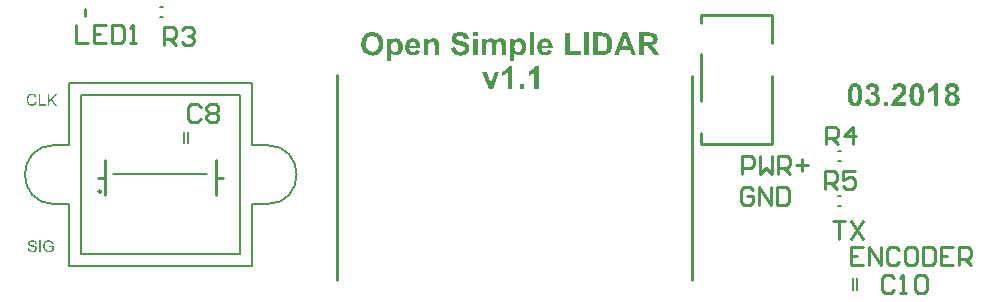
<source format=gto>
G04 Layer_Color=65535*
%FSLAX42Y42*%
%MOMM*%
G71*
G01*
G75*
%ADD31C,0.25*%
%ADD32C,0.20*%
%ADD33C,0.13*%
G36*
X4066Y1822D02*
X4032D01*
X3976Y1961D01*
X4015D01*
X4041Y1890D01*
X4049Y1866D01*
X4049Y1867D01*
X4049Y1868D01*
X4050Y1869D01*
X4050Y1871D01*
X4052Y1875D01*
X4052Y1877D01*
X4052Y1878D01*
Y1878D01*
X4053Y1879D01*
X4053Y1880D01*
X4054Y1882D01*
X4055Y1886D01*
X4056Y1890D01*
X4083Y1961D01*
X4121D01*
X4066Y1822D01*
D02*
G37*
G36*
X4454D02*
X4417D01*
Y1961D01*
X4417Y1961D01*
X4416Y1960D01*
X4415Y1959D01*
X4413Y1958D01*
X4411Y1956D01*
X4409Y1955D01*
X4406Y1953D01*
X4403Y1950D01*
X4400Y1948D01*
X4396Y1946D01*
X4393Y1943D01*
X4388Y1941D01*
X4379Y1937D01*
X4369Y1933D01*
Y1966D01*
X4370D01*
X4370Y1967D01*
X4371Y1967D01*
X4372Y1967D01*
X4375Y1969D01*
X4379Y1970D01*
X4383Y1973D01*
X4389Y1976D01*
X4394Y1979D01*
X4401Y1984D01*
X4401Y1984D01*
X4401Y1984D01*
X4402Y1985D01*
X4403Y1986D01*
X4406Y1989D01*
X4410Y1993D01*
X4414Y1997D01*
X4418Y2003D01*
X4421Y2009D01*
X4424Y2015D01*
X4454D01*
Y1822D01*
D02*
G37*
G36*
X3392Y2249D02*
X3394Y2249D01*
X3398Y2248D01*
X3401Y2248D01*
X3404Y2247D01*
X3408Y2246D01*
X3412Y2244D01*
X3416Y2243D01*
X3421Y2240D01*
X3424Y2238D01*
X3428Y2235D01*
X3432Y2232D01*
X3436Y2228D01*
X3436Y2228D01*
X3436Y2228D01*
X3437Y2226D01*
X3438Y2224D01*
X3440Y2222D01*
X3441Y2220D01*
X3443Y2216D01*
X3444Y2213D01*
X3446Y2209D01*
X3448Y2204D01*
X3449Y2199D01*
X3451Y2193D01*
X3452Y2187D01*
X3453Y2180D01*
X3453Y2173D01*
Y2166D01*
X3361D01*
Y2165D01*
Y2165D01*
Y2164D01*
X3361Y2163D01*
X3361Y2160D01*
X3362Y2156D01*
X3363Y2152D01*
X3365Y2148D01*
X3367Y2144D01*
X3370Y2140D01*
X3370Y2140D01*
X3371Y2139D01*
X3373Y2137D01*
X3375Y2136D01*
X3378Y2134D01*
X3382Y2133D01*
X3386Y2131D01*
X3391Y2131D01*
X3392D01*
X3394Y2131D01*
X3396Y2132D01*
X3398Y2132D01*
X3401Y2133D01*
X3403Y2134D01*
X3405Y2136D01*
X3406Y2136D01*
X3406Y2137D01*
X3408Y2138D01*
X3409Y2140D01*
X3410Y2142D01*
X3412Y2144D01*
X3413Y2148D01*
X3414Y2151D01*
X3451Y2145D01*
Y2145D01*
X3451Y2144D01*
X3450Y2143D01*
X3450Y2142D01*
X3449Y2140D01*
X3448Y2138D01*
X3446Y2134D01*
X3443Y2129D01*
X3439Y2123D01*
X3434Y2119D01*
X3429Y2114D01*
X3428D01*
X3428Y2114D01*
X3427Y2113D01*
X3426Y2113D01*
X3424Y2112D01*
X3423Y2111D01*
X3421Y2110D01*
X3418Y2109D01*
X3413Y2107D01*
X3406Y2105D01*
X3399Y2104D01*
X3391Y2104D01*
X3389D01*
X3387Y2104D01*
X3385D01*
X3382Y2105D01*
X3378Y2105D01*
X3374Y2106D01*
X3370Y2107D01*
X3366Y2108D01*
X3361Y2110D01*
X3357Y2111D01*
X3353Y2114D01*
X3348Y2116D01*
X3344Y2120D01*
X3340Y2123D01*
X3337Y2127D01*
X3336Y2128D01*
X3336Y2128D01*
X3336Y2129D01*
X3335Y2131D01*
X3334Y2133D01*
X3333Y2135D01*
X3331Y2137D01*
X3330Y2140D01*
X3329Y2144D01*
X3328Y2147D01*
X3326Y2151D01*
X3325Y2156D01*
X3325Y2160D01*
X3324Y2165D01*
X3323Y2170D01*
X3323Y2175D01*
Y2176D01*
Y2177D01*
Y2179D01*
X3323Y2181D01*
X3324Y2184D01*
X3324Y2187D01*
X3325Y2191D01*
X3325Y2195D01*
X3328Y2204D01*
X3329Y2208D01*
X3331Y2213D01*
X3333Y2217D01*
X3335Y2221D01*
X3338Y2226D01*
X3341Y2229D01*
X3341Y2230D01*
X3342Y2230D01*
X3343Y2231D01*
X3345Y2233D01*
X3346Y2234D01*
X3348Y2236D01*
X3351Y2238D01*
X3354Y2239D01*
X3357Y2241D01*
X3360Y2243D01*
X3364Y2245D01*
X3368Y2246D01*
X3372Y2247D01*
X3377Y2248D01*
X3382Y2249D01*
X3387Y2249D01*
X3390D01*
X3392Y2249D01*
D02*
G37*
G36*
X3050Y2302D02*
X3053D01*
X3057Y2302D01*
X3061Y2301D01*
X3066Y2300D01*
X3071Y2299D01*
X3076Y2298D01*
X3081Y2296D01*
X3087Y2294D01*
X3093Y2291D01*
X3098Y2288D01*
X3104Y2285D01*
X3109Y2281D01*
X3114Y2276D01*
X3114Y2276D01*
X3115Y2275D01*
X3117Y2273D01*
X3118Y2271D01*
X3120Y2268D01*
X3122Y2265D01*
X3124Y2261D01*
X3127Y2257D01*
X3129Y2252D01*
X3132Y2246D01*
X3134Y2240D01*
X3136Y2234D01*
X3137Y2227D01*
X3139Y2219D01*
X3139Y2211D01*
X3140Y2203D01*
Y2202D01*
Y2201D01*
X3139Y2198D01*
Y2195D01*
X3139Y2191D01*
X3138Y2186D01*
X3137Y2181D01*
X3137Y2176D01*
X3135Y2170D01*
X3134Y2164D01*
X3131Y2158D01*
X3129Y2152D01*
X3126Y2146D01*
X3122Y2140D01*
X3119Y2135D01*
X3114Y2129D01*
X3114Y2129D01*
X3113Y2128D01*
X3112Y2127D01*
X3109Y2125D01*
X3107Y2123D01*
X3104Y2121D01*
X3100Y2119D01*
X3096Y2116D01*
X3092Y2114D01*
X3087Y2111D01*
X3081Y2109D01*
X3075Y2107D01*
X3069Y2106D01*
X3062Y2104D01*
X3054Y2103D01*
X3047Y2103D01*
X3045D01*
X3042Y2103D01*
X3040Y2104D01*
X3036Y2104D01*
X3032Y2105D01*
X3027Y2105D01*
X3022Y2106D01*
X3017Y2108D01*
X3011Y2110D01*
X3006Y2112D01*
X3000Y2114D01*
X2994Y2117D01*
X2989Y2121D01*
X2984Y2125D01*
X2979Y2129D01*
X2978Y2130D01*
X2977Y2130D01*
X2976Y2132D01*
X2975Y2134D01*
X2973Y2137D01*
X2971Y2140D01*
X2968Y2144D01*
X2966Y2148D01*
X2964Y2153D01*
X2961Y2158D01*
X2959Y2164D01*
X2957Y2171D01*
X2956Y2178D01*
X2954Y2185D01*
X2954Y2193D01*
X2953Y2201D01*
Y2202D01*
Y2203D01*
Y2204D01*
X2954Y2206D01*
Y2209D01*
X2954Y2212D01*
X2954Y2215D01*
X2954Y2219D01*
X2956Y2226D01*
X2957Y2235D01*
X2959Y2243D01*
X2962Y2251D01*
Y2251D01*
X2962Y2251D01*
X2963Y2252D01*
X2963Y2253D01*
X2965Y2256D01*
X2967Y2260D01*
X2969Y2264D01*
X2972Y2268D01*
X2976Y2273D01*
X2980Y2277D01*
X2980Y2277D01*
X2980Y2278D01*
X2982Y2279D01*
X2984Y2281D01*
X2987Y2284D01*
X2991Y2287D01*
X2995Y2290D01*
X3000Y2292D01*
X3005Y2295D01*
X3005D01*
X3006Y2295D01*
X3007Y2296D01*
X3008Y2296D01*
X3010Y2297D01*
X3012Y2297D01*
X3014Y2298D01*
X3017Y2299D01*
X3023Y2300D01*
X3030Y2301D01*
X3038Y2302D01*
X3046Y2302D01*
X3048D01*
X3050Y2302D01*
D02*
G37*
G36*
X171Y539D02*
X172D01*
X174Y539D01*
X177Y538D01*
X180Y538D01*
X184Y537D01*
X187Y536D01*
X187D01*
X187Y536D01*
X188Y535D01*
X188Y535D01*
X190Y534D01*
X192Y533D01*
X194Y532D01*
X196Y530D01*
X198Y528D01*
X200Y525D01*
Y525D01*
X200Y525D01*
X200Y525D01*
X200Y524D01*
X201Y523D01*
X202Y521D01*
X203Y519D01*
X204Y516D01*
X204Y513D01*
X205Y510D01*
X192Y509D01*
Y509D01*
Y509D01*
X192Y510D01*
X192Y511D01*
X191Y512D01*
X191Y514D01*
X190Y517D01*
X189Y519D01*
X187Y521D01*
X185Y523D01*
X185Y523D01*
X184Y524D01*
X183Y524D01*
X181Y525D01*
X179Y526D01*
X176Y527D01*
X172Y528D01*
X168Y528D01*
X166D01*
X166Y528D01*
X164Y527D01*
X162Y527D01*
X159Y527D01*
X156Y526D01*
X154Y525D01*
X152Y524D01*
X151Y523D01*
X151Y523D01*
X150Y523D01*
X150Y522D01*
X149Y520D01*
X148Y519D01*
X147Y517D01*
X146Y515D01*
X146Y513D01*
Y513D01*
Y512D01*
X146Y511D01*
X146Y510D01*
X147Y509D01*
X148Y507D01*
X148Y506D01*
X150Y504D01*
X150Y504D01*
X151Y504D01*
X151Y503D01*
X152Y503D01*
X153Y503D01*
X154Y502D01*
X155Y502D01*
X156Y501D01*
X158Y501D01*
X160Y500D01*
X162Y499D01*
X164Y499D01*
X166Y498D01*
X169Y497D01*
X169D01*
X170Y497D01*
X171Y497D01*
X172Y497D01*
X173Y497D01*
X175Y496D01*
X176Y496D01*
X178Y495D01*
X181Y494D01*
X185Y493D01*
X187Y493D01*
X188Y492D01*
X190Y492D01*
X191Y491D01*
X191D01*
X191Y491D01*
X192Y491D01*
X192Y490D01*
X194Y490D01*
X196Y488D01*
X198Y487D01*
X200Y485D01*
X202Y483D01*
X203Y481D01*
X204Y481D01*
X204Y480D01*
X205Y479D01*
X206Y477D01*
X206Y475D01*
X207Y473D01*
X207Y470D01*
X208Y467D01*
Y467D01*
Y467D01*
Y467D01*
Y466D01*
X207Y465D01*
X207Y463D01*
X206Y460D01*
X206Y458D01*
X205Y455D01*
X203Y453D01*
Y453D01*
X203Y452D01*
X202Y452D01*
X201Y450D01*
X200Y449D01*
X198Y447D01*
X196Y445D01*
X193Y444D01*
X190Y442D01*
X190D01*
X190Y442D01*
X189Y442D01*
X189Y442D01*
X188Y441D01*
X187Y441D01*
X185Y440D01*
X182Y440D01*
X179Y439D01*
X175Y438D01*
X171Y438D01*
X169D01*
X168Y438D01*
X167D01*
X165Y439D01*
X164Y439D01*
X160Y439D01*
X157Y440D01*
X153Y441D01*
X149Y442D01*
X149D01*
X149Y442D01*
X148Y443D01*
X148Y443D01*
X146Y444D01*
X144Y445D01*
X142Y447D01*
X140Y449D01*
X137Y451D01*
X135Y454D01*
Y454D01*
X135Y454D01*
X135Y455D01*
X134Y455D01*
X134Y456D01*
X134Y457D01*
X133Y459D01*
X132Y461D01*
X131Y464D01*
X130Y468D01*
X130Y471D01*
X142Y472D01*
Y472D01*
Y472D01*
X142Y472D01*
Y471D01*
X143Y470D01*
X143Y468D01*
X144Y466D01*
X144Y464D01*
X145Y462D01*
X146Y460D01*
X146Y460D01*
X147Y460D01*
X147Y459D01*
X148Y458D01*
X150Y456D01*
X151Y455D01*
X154Y454D01*
X156Y453D01*
X156D01*
X156Y453D01*
X157Y452D01*
X157Y452D01*
X158Y452D01*
X160Y451D01*
X162Y451D01*
X165Y450D01*
X168Y450D01*
X171Y450D01*
X172D01*
X174Y450D01*
X175Y450D01*
X177Y450D01*
X179Y451D01*
X182Y451D01*
X184Y452D01*
X184Y452D01*
X185Y452D01*
X186Y453D01*
X187Y454D01*
X188Y455D01*
X190Y456D01*
X191Y457D01*
X192Y458D01*
X192Y458D01*
X193Y459D01*
X193Y459D01*
X194Y461D01*
X194Y462D01*
X195Y463D01*
X195Y465D01*
X195Y466D01*
Y467D01*
Y467D01*
X195Y468D01*
X195Y469D01*
X194Y470D01*
X194Y472D01*
X193Y473D01*
X192Y474D01*
X192Y475D01*
X192Y475D01*
X191Y476D01*
X190Y476D01*
X189Y477D01*
X188Y478D01*
X186Y479D01*
X184Y480D01*
X183Y480D01*
X183Y480D01*
X182Y481D01*
X181Y481D01*
X180Y481D01*
X179Y482D01*
X178Y482D01*
X176Y482D01*
X175Y483D01*
X173Y483D01*
X171Y484D01*
X169Y484D01*
X166Y485D01*
X166D01*
X166Y485D01*
X165Y485D01*
X164Y485D01*
X163Y486D01*
X162Y486D01*
X159Y487D01*
X156Y488D01*
X153Y489D01*
X150Y490D01*
X148Y490D01*
X147Y491D01*
X147D01*
X147Y491D01*
X146Y492D01*
X145Y492D01*
X144Y493D01*
X142Y495D01*
X140Y496D01*
X138Y498D01*
X137Y500D01*
X137Y500D01*
X136Y501D01*
X136Y502D01*
X135Y504D01*
X135Y505D01*
X134Y508D01*
X134Y510D01*
X134Y512D01*
Y512D01*
Y512D01*
Y513D01*
Y513D01*
X134Y515D01*
X134Y517D01*
X135Y519D01*
X135Y521D01*
X136Y524D01*
X138Y526D01*
Y526D01*
X138Y526D01*
X139Y527D01*
X140Y528D01*
X141Y530D01*
X143Y531D01*
X145Y533D01*
X147Y534D01*
X150Y536D01*
X150D01*
X150Y536D01*
X151Y536D01*
X151Y536D01*
X152Y537D01*
X153Y537D01*
X155Y538D01*
X158Y538D01*
X161Y539D01*
X164Y539D01*
X168Y539D01*
X170D01*
X171Y539D01*
D02*
G37*
G36*
X311D02*
X312D01*
X315Y539D01*
X318Y538D01*
X321Y538D01*
X325Y537D01*
X328Y536D01*
X328D01*
X328Y536D01*
X329Y535D01*
X329Y535D01*
X331Y534D01*
X333Y533D01*
X335Y532D01*
X337Y530D01*
X339Y528D01*
X341Y526D01*
X341Y526D01*
X342Y525D01*
X343Y524D01*
X344Y522D01*
X345Y520D01*
X346Y517D01*
X348Y514D01*
X349Y510D01*
X337Y507D01*
Y507D01*
X337Y507D01*
X337Y508D01*
X337Y508D01*
X336Y510D01*
X336Y511D01*
X335Y513D01*
X334Y515D01*
X333Y517D01*
X331Y519D01*
X331Y519D01*
X331Y520D01*
X330Y520D01*
X329Y521D01*
X328Y522D01*
X326Y523D01*
X324Y525D01*
X322Y526D01*
X322Y526D01*
X321Y526D01*
X320Y526D01*
X318Y527D01*
X316Y527D01*
X314Y528D01*
X311Y528D01*
X309Y528D01*
X307D01*
X306Y528D01*
X306D01*
X304Y528D01*
X301Y528D01*
X298Y527D01*
X296Y526D01*
X293Y525D01*
X293Y525D01*
X292Y525D01*
X291Y524D01*
X290Y524D01*
X288Y522D01*
X286Y521D01*
X285Y520D01*
X283Y518D01*
X283Y518D01*
X282Y518D01*
X282Y517D01*
X281Y516D01*
X280Y514D01*
X279Y512D01*
X278Y511D01*
X277Y509D01*
Y509D01*
X277Y508D01*
X276Y508D01*
X276Y507D01*
X276Y506D01*
X276Y505D01*
X275Y504D01*
X275Y503D01*
X274Y500D01*
X274Y497D01*
X273Y493D01*
X273Y489D01*
Y489D01*
Y488D01*
Y488D01*
X273Y487D01*
Y486D01*
X273Y484D01*
X274Y483D01*
X274Y481D01*
X274Y478D01*
X275Y474D01*
X276Y471D01*
X277Y467D01*
Y467D01*
X278Y467D01*
X278Y466D01*
X278Y466D01*
X279Y464D01*
X281Y462D01*
X283Y460D01*
X285Y458D01*
X288Y456D01*
X291Y454D01*
X291D01*
X291Y454D01*
X291Y454D01*
X292Y453D01*
X293Y453D01*
X294Y453D01*
X296Y452D01*
X299Y451D01*
X302Y451D01*
X305Y450D01*
X309Y450D01*
X310D01*
X311Y450D01*
X312D01*
X314Y450D01*
X317Y451D01*
X319Y451D01*
X322Y452D01*
X325Y453D01*
X325D01*
X326Y453D01*
X326Y453D01*
X327Y454D01*
X328Y454D01*
X330Y455D01*
X332Y456D01*
X334Y457D01*
X336Y458D01*
X338Y460D01*
Y478D01*
X309D01*
Y490D01*
X350D01*
Y454D01*
X350Y453D01*
X350Y453D01*
X349Y453D01*
X349Y452D01*
X348Y452D01*
X347Y451D01*
X345Y450D01*
X344Y449D01*
X341Y447D01*
X338Y445D01*
X334Y444D01*
X330Y442D01*
X330D01*
X330Y442D01*
X329Y442D01*
X329Y442D01*
X328Y441D01*
X327Y441D01*
X325Y441D01*
X324Y440D01*
X321Y440D01*
X317Y439D01*
X314Y438D01*
X310Y438D01*
X308D01*
X307Y438D01*
X306D01*
X305Y439D01*
X303Y439D01*
X301Y439D01*
X297Y440D01*
X293Y441D01*
X288Y442D01*
X286Y443D01*
X284Y444D01*
X283Y445D01*
X283Y445D01*
X282Y445D01*
X282Y445D01*
X281Y446D01*
X280Y447D01*
X277Y449D01*
X274Y451D01*
X271Y455D01*
X268Y458D01*
X266Y462D01*
Y462D01*
X265Y463D01*
X265Y463D01*
X265Y464D01*
X264Y465D01*
X264Y467D01*
X263Y468D01*
X263Y470D01*
X262Y472D01*
X262Y474D01*
X261Y476D01*
X261Y478D01*
X260Y483D01*
X260Y488D01*
Y488D01*
Y489D01*
Y490D01*
X260Y491D01*
Y492D01*
X260Y493D01*
X260Y495D01*
X261Y497D01*
X261Y499D01*
X261Y501D01*
X262Y505D01*
X264Y510D01*
X266Y515D01*
X266Y515D01*
X266Y515D01*
X266Y516D01*
X267Y517D01*
X267Y518D01*
X268Y519D01*
X270Y522D01*
X273Y525D01*
X275Y528D01*
X279Y531D01*
X281Y532D01*
X283Y533D01*
X283Y533D01*
X283Y533D01*
X284Y534D01*
X285Y534D01*
X286Y535D01*
X287Y535D01*
X289Y536D01*
X290Y536D01*
X292Y537D01*
X294Y537D01*
X296Y538D01*
X298Y538D01*
X303Y539D01*
X306Y539D01*
X310D01*
X311Y539D01*
D02*
G37*
G36*
X4330Y1822D02*
X4293D01*
Y1859D01*
X4330D01*
Y1822D01*
D02*
G37*
G36*
X4230D02*
X4193D01*
Y1961D01*
X4193Y1961D01*
X4192Y1960D01*
X4191Y1959D01*
X4189Y1958D01*
X4187Y1956D01*
X4185Y1955D01*
X4182Y1953D01*
X4179Y1950D01*
X4176Y1948D01*
X4172Y1946D01*
X4168Y1943D01*
X4164Y1941D01*
X4155Y1937D01*
X4145Y1933D01*
Y1966D01*
X4146D01*
X4146Y1967D01*
X4147Y1967D01*
X4148Y1967D01*
X4151Y1969D01*
X4155Y1970D01*
X4159Y1973D01*
X4165Y1976D01*
X4170Y1979D01*
X4177Y1984D01*
X4177Y1984D01*
X4177Y1984D01*
X4178Y1985D01*
X4179Y1986D01*
X4182Y1989D01*
X4186Y1993D01*
X4190Y1997D01*
X4193Y2003D01*
X4197Y2009D01*
X4200Y2015D01*
X4230D01*
Y1822D01*
D02*
G37*
G36*
X4415Y2107D02*
X4378D01*
Y2299D01*
X4415D01*
Y2107D01*
D02*
G37*
G36*
X4717Y2139D02*
X4814D01*
Y2107D01*
X4678D01*
Y2297D01*
X4717D01*
Y2139D01*
D02*
G37*
G36*
X4511Y2249D02*
X4514Y2249D01*
X4517Y2248D01*
X4520Y2248D01*
X4524Y2247D01*
X4528Y2246D01*
X4532Y2244D01*
X4536Y2243D01*
X4540Y2240D01*
X4544Y2238D01*
X4548Y2235D01*
X4552Y2232D01*
X4555Y2228D01*
X4555Y2228D01*
X4556Y2228D01*
X4557Y2226D01*
X4558Y2224D01*
X4559Y2222D01*
X4561Y2220D01*
X4562Y2216D01*
X4564Y2213D01*
X4565Y2209D01*
X4567Y2204D01*
X4569Y2199D01*
X4570Y2193D01*
X4571Y2187D01*
X4572Y2180D01*
X4572Y2173D01*
Y2166D01*
X4480D01*
Y2165D01*
Y2165D01*
Y2164D01*
X4481Y2163D01*
X4481Y2160D01*
X4481Y2156D01*
X4482Y2152D01*
X4484Y2148D01*
X4486Y2144D01*
X4489Y2140D01*
X4489Y2140D01*
X4491Y2139D01*
X4492Y2137D01*
X4495Y2136D01*
X4498Y2134D01*
X4502Y2133D01*
X4506Y2131D01*
X4510Y2131D01*
X4512D01*
X4513Y2131D01*
X4515Y2132D01*
X4517Y2132D01*
X4520Y2133D01*
X4522Y2134D01*
X4525Y2136D01*
X4525Y2136D01*
X4526Y2137D01*
X4527Y2138D01*
X4528Y2140D01*
X4530Y2142D01*
X4531Y2144D01*
X4532Y2148D01*
X4534Y2151D01*
X4570Y2145D01*
Y2145D01*
X4570Y2144D01*
X4570Y2143D01*
X4569Y2142D01*
X4568Y2140D01*
X4567Y2138D01*
X4565Y2134D01*
X4562Y2129D01*
X4558Y2123D01*
X4553Y2119D01*
X4548Y2114D01*
X4548D01*
X4547Y2114D01*
X4546Y2113D01*
X4545Y2113D01*
X4544Y2112D01*
X4542Y2111D01*
X4540Y2110D01*
X4537Y2109D01*
X4532Y2107D01*
X4526Y2105D01*
X4518Y2104D01*
X4510Y2104D01*
X4508D01*
X4507Y2104D01*
X4504D01*
X4501Y2105D01*
X4497Y2105D01*
X4494Y2106D01*
X4490Y2107D01*
X4485Y2108D01*
X4481Y2110D01*
X4476Y2111D01*
X4472Y2114D01*
X4467Y2116D01*
X4463Y2120D01*
X4460Y2123D01*
X4456Y2127D01*
X4456Y2128D01*
X4456Y2128D01*
X4455Y2129D01*
X4454Y2131D01*
X4453Y2133D01*
X4452Y2135D01*
X4451Y2137D01*
X4449Y2140D01*
X4448Y2144D01*
X4447Y2147D01*
X4446Y2151D01*
X4445Y2156D01*
X4444Y2160D01*
X4443Y2165D01*
X4443Y2170D01*
X4443Y2175D01*
Y2176D01*
Y2177D01*
Y2179D01*
X4443Y2181D01*
X4443Y2184D01*
X4443Y2187D01*
X4444Y2191D01*
X4445Y2195D01*
X4447Y2204D01*
X4448Y2208D01*
X4450Y2213D01*
X4452Y2217D01*
X4455Y2221D01*
X4458Y2226D01*
X4461Y2229D01*
X4461Y2230D01*
X4461Y2230D01*
X4462Y2231D01*
X4464Y2233D01*
X4466Y2234D01*
X4468Y2236D01*
X4470Y2238D01*
X4473Y2239D01*
X4476Y2241D01*
X4480Y2243D01*
X4483Y2245D01*
X4487Y2246D01*
X4492Y2247D01*
X4496Y2248D01*
X4501Y2249D01*
X4506Y2249D01*
X4509D01*
X4511Y2249D01*
D02*
G37*
G36*
X3938Y2107D02*
X3901D01*
Y2246D01*
X3938D01*
Y2107D01*
D02*
G37*
G36*
X5283D02*
X5241D01*
X5225Y2150D01*
X5147D01*
X5132Y2107D01*
X5090D01*
X5165Y2299D01*
X5206D01*
X5283Y2107D01*
D02*
G37*
G36*
X5393Y2299D02*
X5396D01*
X5399Y2298D01*
X5403D01*
X5410Y2297D01*
X5418Y2297D01*
X5424Y2295D01*
X5428Y2294D01*
X5430Y2294D01*
X5431D01*
X5431Y2293D01*
X5433Y2292D01*
X5435Y2291D01*
X5438Y2289D01*
X5442Y2287D01*
X5446Y2284D01*
X5449Y2280D01*
X5453Y2275D01*
Y2275D01*
X5453Y2274D01*
X5453Y2274D01*
X5454Y2273D01*
X5455Y2270D01*
X5457Y2266D01*
X5458Y2262D01*
X5460Y2257D01*
X5461Y2251D01*
X5461Y2245D01*
Y2245D01*
Y2244D01*
Y2243D01*
X5461Y2241D01*
Y2239D01*
X5461Y2238D01*
X5459Y2233D01*
X5458Y2227D01*
X5456Y2221D01*
X5453Y2215D01*
X5451Y2212D01*
X5448Y2209D01*
X5448Y2209D01*
X5448Y2209D01*
X5447Y2208D01*
X5446Y2207D01*
X5445Y2206D01*
X5443Y2204D01*
X5441Y2203D01*
X5439Y2202D01*
X5436Y2200D01*
X5433Y2199D01*
X5430Y2197D01*
X5427Y2196D01*
X5423Y2194D01*
X5419Y2193D01*
X5415Y2192D01*
X5410Y2191D01*
X5411D01*
X5411Y2191D01*
X5413Y2190D01*
X5415Y2189D01*
X5418Y2187D01*
X5421Y2184D01*
X5424Y2182D01*
X5428Y2179D01*
X5431Y2175D01*
X5431Y2175D01*
X5433Y2174D01*
X5434Y2171D01*
X5437Y2168D01*
X5440Y2164D01*
X5442Y2161D01*
X5444Y2158D01*
X5446Y2155D01*
X5448Y2152D01*
X5451Y2148D01*
X5453Y2144D01*
X5477Y2107D01*
X5430D01*
X5402Y2148D01*
X5402Y2149D01*
X5402Y2150D01*
X5401Y2151D01*
X5400Y2152D01*
X5399Y2154D01*
X5397Y2156D01*
X5394Y2160D01*
X5391Y2165D01*
X5387Y2170D01*
X5384Y2174D01*
X5383Y2175D01*
X5382Y2177D01*
X5381Y2177D01*
X5381Y2178D01*
X5380Y2179D01*
X5378Y2180D01*
X5376Y2181D01*
X5374Y2183D01*
X5372Y2184D01*
X5370Y2185D01*
X5370D01*
X5369Y2185D01*
X5368Y2186D01*
X5365Y2186D01*
X5363Y2186D01*
X5359Y2187D01*
X5355Y2187D01*
X5343D01*
Y2107D01*
X5304D01*
Y2299D01*
X5391D01*
X5393Y2299D01*
D02*
G37*
G36*
X4879Y2107D02*
X4840D01*
Y2299D01*
X4879D01*
Y2107D01*
D02*
G37*
G36*
X4995Y2299D02*
X5001Y2298D01*
X5006Y2298D01*
X5012Y2297D01*
X5018Y2296D01*
X5024Y2295D01*
X5024D01*
X5024Y2295D01*
X5025Y2294D01*
X5026Y2294D01*
X5030Y2293D01*
X5034Y2291D01*
X5038Y2288D01*
X5043Y2285D01*
X5048Y2282D01*
X5052Y2277D01*
X5053D01*
X5053Y2277D01*
X5054Y2275D01*
X5057Y2272D01*
X5059Y2269D01*
X5062Y2264D01*
X5065Y2259D01*
X5068Y2253D01*
X5071Y2246D01*
Y2246D01*
X5071Y2245D01*
X5071Y2244D01*
X5072Y2243D01*
X5072Y2241D01*
X5073Y2239D01*
X5073Y2236D01*
X5074Y2234D01*
X5075Y2231D01*
X5075Y2227D01*
X5076Y2223D01*
X5076Y2219D01*
X5077Y2211D01*
X5077Y2201D01*
Y2201D01*
Y2200D01*
Y2199D01*
Y2197D01*
X5077Y2195D01*
Y2193D01*
X5077Y2190D01*
X5076Y2187D01*
X5076Y2180D01*
X5075Y2174D01*
X5073Y2167D01*
X5071Y2160D01*
Y2160D01*
X5071Y2159D01*
X5070Y2158D01*
X5070Y2156D01*
X5069Y2155D01*
X5068Y2153D01*
X5066Y2148D01*
X5063Y2143D01*
X5059Y2137D01*
X5055Y2131D01*
X5051Y2126D01*
X5050Y2125D01*
X5049Y2124D01*
X5046Y2123D01*
X5043Y2120D01*
X5039Y2118D01*
X5035Y2115D01*
X5029Y2113D01*
X5023Y2111D01*
X5023D01*
X5023Y2110D01*
X5022D01*
X5021Y2110D01*
X5018Y2110D01*
X5014Y2109D01*
X5009Y2108D01*
X5004Y2107D01*
X4997Y2107D01*
X4989Y2107D01*
X4916D01*
Y2299D01*
X4993D01*
X4995Y2299D01*
D02*
G37*
G36*
X3251Y2249D02*
X3253Y2249D01*
X3255Y2248D01*
X3258Y2248D01*
X3261Y2247D01*
X3264Y2246D01*
X3267Y2244D01*
X3271Y2243D01*
X3274Y2241D01*
X3278Y2239D01*
X3281Y2236D01*
X3284Y2233D01*
X3288Y2230D01*
X3288Y2230D01*
X3288Y2229D01*
X3289Y2228D01*
X3290Y2226D01*
X3291Y2225D01*
X3293Y2222D01*
X3295Y2219D01*
X3296Y2216D01*
X3298Y2213D01*
X3299Y2209D01*
X3301Y2204D01*
X3302Y2200D01*
X3303Y2194D01*
X3304Y2189D01*
X3304Y2183D01*
X3305Y2177D01*
Y2177D01*
Y2176D01*
Y2174D01*
X3304Y2171D01*
X3304Y2168D01*
X3304Y2165D01*
X3303Y2161D01*
X3302Y2157D01*
X3300Y2148D01*
X3299Y2144D01*
X3297Y2140D01*
X3295Y2135D01*
X3293Y2131D01*
X3290Y2127D01*
X3287Y2123D01*
X3287Y2123D01*
X3286Y2122D01*
X3286Y2121D01*
X3284Y2120D01*
X3283Y2118D01*
X3281Y2117D01*
X3278Y2115D01*
X3276Y2113D01*
X3273Y2111D01*
X3270Y2110D01*
X3263Y2107D01*
X3259Y2105D01*
X3255Y2105D01*
X3251Y2104D01*
X3246Y2104D01*
X3244D01*
X3242Y2104D01*
X3239Y2104D01*
X3236Y2105D01*
X3232Y2106D01*
X3229Y2107D01*
X3225Y2108D01*
X3225Y2108D01*
X3223Y2109D01*
X3222Y2110D01*
X3219Y2112D01*
X3216Y2114D01*
X3213Y2117D01*
X3210Y2120D01*
X3206Y2124D01*
Y2053D01*
X3169D01*
Y2246D01*
X3203D01*
Y2226D01*
X3203Y2226D01*
X3204Y2227D01*
X3206Y2229D01*
X3208Y2232D01*
X3210Y2234D01*
X3214Y2237D01*
X3217Y2240D01*
X3221Y2243D01*
X3222Y2243D01*
X3223Y2244D01*
X3226Y2245D01*
X3229Y2246D01*
X3232Y2247D01*
X3237Y2248D01*
X3242Y2249D01*
X3247Y2249D01*
X3249D01*
X3251Y2249D01*
D02*
G37*
G36*
X7837Y1677D02*
X7801D01*
Y1816D01*
X7800Y1816D01*
X7800Y1816D01*
X7799Y1815D01*
X7797Y1813D01*
X7795Y1812D01*
X7793Y1810D01*
X7790Y1808D01*
X7787Y1806D01*
X7784Y1804D01*
X7780Y1801D01*
X7776Y1799D01*
X7772Y1797D01*
X7763Y1793D01*
X7753Y1789D01*
Y1822D01*
X7753D01*
X7754Y1822D01*
X7754Y1823D01*
X7756Y1823D01*
X7758Y1824D01*
X7762Y1826D01*
X7767Y1828D01*
X7772Y1831D01*
X7778Y1835D01*
X7784Y1839D01*
X7784Y1840D01*
X7785Y1840D01*
X7786Y1841D01*
X7787Y1842D01*
X7790Y1845D01*
X7793Y1848D01*
X7797Y1853D01*
X7801Y1858D01*
X7805Y1864D01*
X7807Y1871D01*
X7837D01*
Y1677D01*
D02*
G37*
G36*
X240Y440D02*
X227D01*
Y538D01*
X240D01*
Y440D01*
D02*
G37*
G36*
X7415Y1677D02*
X7378D01*
Y1714D01*
X7415D01*
Y1677D01*
D02*
G37*
G36*
X7513Y1870D02*
X7515Y1870D01*
X7518Y1870D01*
X7521Y1869D01*
X7524Y1869D01*
X7532Y1867D01*
X7539Y1864D01*
X7543Y1862D01*
X7546Y1860D01*
X7550Y1858D01*
X7553Y1855D01*
X7553Y1855D01*
X7553Y1854D01*
X7554Y1853D01*
X7555Y1852D01*
X7557Y1851D01*
X7558Y1849D01*
X7559Y1847D01*
X7561Y1844D01*
X7564Y1839D01*
X7567Y1833D01*
X7568Y1829D01*
X7568Y1825D01*
X7569Y1821D01*
X7569Y1817D01*
Y1816D01*
Y1814D01*
X7569Y1812D01*
X7568Y1809D01*
X7568Y1805D01*
X7567Y1801D01*
X7566Y1796D01*
X7564Y1792D01*
X7564Y1791D01*
X7563Y1790D01*
X7562Y1788D01*
X7561Y1784D01*
X7559Y1781D01*
X7556Y1777D01*
X7553Y1772D01*
X7550Y1768D01*
X7549Y1767D01*
X7548Y1766D01*
X7547Y1764D01*
X7544Y1761D01*
X7541Y1758D01*
X7537Y1753D01*
X7532Y1749D01*
X7525Y1743D01*
X7525Y1743D01*
X7525Y1742D01*
X7524Y1741D01*
X7523Y1740D01*
X7520Y1738D01*
X7516Y1734D01*
X7512Y1731D01*
X7509Y1727D01*
X7505Y1724D01*
X7504Y1723D01*
X7503Y1721D01*
X7503Y1721D01*
X7502Y1721D01*
X7502Y1720D01*
X7500Y1718D01*
X7498Y1715D01*
X7496Y1711D01*
X7569D01*
Y1677D01*
X7440D01*
Y1678D01*
Y1678D01*
X7440Y1679D01*
X7440Y1681D01*
X7441Y1682D01*
X7441Y1684D01*
X7442Y1689D01*
X7444Y1695D01*
X7446Y1701D01*
X7449Y1708D01*
X7452Y1714D01*
Y1714D01*
X7453Y1715D01*
X7454Y1716D01*
X7455Y1717D01*
X7456Y1719D01*
X7457Y1721D01*
X7459Y1723D01*
X7462Y1726D01*
X7464Y1730D01*
X7467Y1733D01*
X7470Y1737D01*
X7474Y1741D01*
X7479Y1745D01*
X7483Y1750D01*
X7488Y1755D01*
X7494Y1760D01*
X7494Y1760D01*
X7495Y1761D01*
X7496Y1762D01*
X7498Y1764D01*
X7500Y1766D01*
X7502Y1768D01*
X7507Y1773D01*
X7512Y1778D01*
X7517Y1783D01*
X7519Y1786D01*
X7522Y1788D01*
X7523Y1790D01*
X7524Y1792D01*
X7525Y1792D01*
X7525Y1794D01*
X7527Y1796D01*
X7528Y1799D01*
X7530Y1802D01*
X7531Y1806D01*
X7532Y1810D01*
X7532Y1814D01*
Y1814D01*
Y1815D01*
Y1816D01*
X7532Y1819D01*
X7531Y1821D01*
X7530Y1824D01*
X7529Y1828D01*
X7528Y1831D01*
X7525Y1833D01*
X7525Y1834D01*
X7524Y1834D01*
X7523Y1836D01*
X7521Y1837D01*
X7518Y1838D01*
X7515Y1839D01*
X7511Y1840D01*
X7507Y1840D01*
X7505D01*
X7503Y1840D01*
X7500Y1839D01*
X7497Y1838D01*
X7494Y1837D01*
X7491Y1835D01*
X7489Y1833D01*
X7488Y1833D01*
X7487Y1832D01*
X7486Y1830D01*
X7485Y1828D01*
X7484Y1824D01*
X7483Y1820D01*
X7482Y1816D01*
X7481Y1810D01*
X7444Y1814D01*
Y1814D01*
X7445Y1815D01*
Y1816D01*
X7445Y1819D01*
X7445Y1821D01*
X7446Y1824D01*
X7447Y1827D01*
X7448Y1831D01*
X7451Y1838D01*
X7454Y1845D01*
X7456Y1848D01*
X7459Y1852D01*
X7462Y1854D01*
X7465Y1857D01*
X7465Y1858D01*
X7465Y1858D01*
X7466Y1858D01*
X7468Y1859D01*
X7469Y1860D01*
X7472Y1861D01*
X7474Y1863D01*
X7477Y1864D01*
X7480Y1865D01*
X7483Y1866D01*
X7490Y1869D01*
X7499Y1870D01*
X7503Y1870D01*
X7508Y1871D01*
X7511D01*
X7513Y1870D01*
D02*
G37*
G36*
X335Y1738D02*
X378Y1680D01*
X361D01*
X326Y1729D01*
X310Y1714D01*
Y1680D01*
X297D01*
Y1778D01*
X310D01*
Y1729D01*
X359Y1778D01*
X376D01*
X335Y1738D01*
D02*
G37*
G36*
X235Y1692D02*
X283D01*
Y1680D01*
X222D01*
Y1778D01*
X235D01*
Y1692D01*
D02*
G37*
G36*
X168Y1779D02*
X170Y1779D01*
X171Y1779D01*
X173Y1779D01*
X175Y1778D01*
X178Y1777D01*
X183Y1776D01*
X185Y1775D01*
X187Y1774D01*
X189Y1773D01*
X191Y1772D01*
X191Y1772D01*
X191Y1771D01*
X192Y1771D01*
X192Y1770D01*
X193Y1770D01*
X194Y1769D01*
X195Y1768D01*
X196Y1766D01*
X197Y1765D01*
X198Y1763D01*
X200Y1762D01*
X201Y1760D01*
X202Y1758D01*
X203Y1756D01*
X204Y1753D01*
X205Y1751D01*
X192Y1748D01*
Y1748D01*
X192Y1748D01*
X191Y1749D01*
X191Y1749D01*
X191Y1750D01*
X190Y1751D01*
X189Y1754D01*
X188Y1756D01*
X186Y1759D01*
X184Y1761D01*
X182Y1763D01*
X182Y1764D01*
X181Y1764D01*
X179Y1765D01*
X178Y1766D01*
X175Y1767D01*
X172Y1768D01*
X169Y1768D01*
X166Y1768D01*
X165D01*
X164Y1768D01*
X163D01*
X162Y1768D01*
X159Y1768D01*
X156Y1767D01*
X153Y1766D01*
X150Y1765D01*
X147Y1763D01*
X147D01*
X147Y1762D01*
X146Y1762D01*
X144Y1761D01*
X143Y1759D01*
X141Y1757D01*
X139Y1754D01*
X138Y1751D01*
X136Y1748D01*
Y1748D01*
X136Y1748D01*
X136Y1747D01*
X136Y1747D01*
X136Y1746D01*
X135Y1745D01*
X135Y1742D01*
X134Y1740D01*
X134Y1737D01*
X133Y1733D01*
X133Y1729D01*
Y1729D01*
Y1729D01*
Y1728D01*
Y1727D01*
X133Y1726D01*
Y1725D01*
X134Y1724D01*
X134Y1722D01*
X134Y1719D01*
X135Y1715D01*
X136Y1711D01*
X137Y1708D01*
Y1708D01*
X137Y1707D01*
X137Y1707D01*
X137Y1706D01*
X138Y1705D01*
X140Y1703D01*
X141Y1700D01*
X143Y1698D01*
X145Y1696D01*
X148Y1694D01*
X148D01*
X148Y1694D01*
X149Y1693D01*
X149Y1693D01*
X150Y1693D01*
X151Y1692D01*
X153Y1692D01*
X156Y1691D01*
X158Y1690D01*
X161Y1689D01*
X165Y1689D01*
X166D01*
X167Y1689D01*
X168D01*
X168Y1690D01*
X171Y1690D01*
X174Y1691D01*
X177Y1692D01*
X180Y1694D01*
X182Y1694D01*
X183Y1696D01*
X183Y1696D01*
X183Y1696D01*
X184Y1696D01*
X184Y1697D01*
X185Y1697D01*
X186Y1698D01*
X186Y1699D01*
X187Y1700D01*
X188Y1701D01*
X189Y1703D01*
X190Y1704D01*
X191Y1706D01*
X191Y1708D01*
X192Y1710D01*
X193Y1712D01*
X193Y1714D01*
X206Y1711D01*
Y1711D01*
X206Y1710D01*
X206Y1709D01*
X205Y1708D01*
X205Y1707D01*
X204Y1705D01*
X204Y1704D01*
X203Y1702D01*
X201Y1698D01*
X198Y1694D01*
X197Y1692D01*
X195Y1690D01*
X194Y1688D01*
X192Y1687D01*
X191Y1686D01*
X191Y1686D01*
X190Y1686D01*
X190Y1685D01*
X189Y1685D01*
X188Y1684D01*
X186Y1683D01*
X184Y1683D01*
X183Y1682D01*
X181Y1681D01*
X179Y1680D01*
X176Y1680D01*
X174Y1679D01*
X171Y1679D01*
X169Y1678D01*
X166Y1678D01*
X164D01*
X163Y1678D01*
X162D01*
X160Y1679D01*
X159Y1679D01*
X157Y1679D01*
X153Y1680D01*
X148Y1681D01*
X144Y1683D01*
X142Y1684D01*
X140Y1685D01*
X140Y1685D01*
X140Y1685D01*
X139Y1685D01*
X139Y1686D01*
X138Y1686D01*
X137Y1687D01*
X136Y1688D01*
X135Y1689D01*
X133Y1691D01*
X132Y1692D01*
X130Y1695D01*
X127Y1699D01*
X125Y1703D01*
Y1703D01*
X125Y1704D01*
X125Y1705D01*
X124Y1705D01*
X124Y1707D01*
X124Y1708D01*
X123Y1709D01*
X123Y1711D01*
X122Y1713D01*
X122Y1715D01*
X121Y1719D01*
X120Y1724D01*
X120Y1729D01*
Y1730D01*
Y1730D01*
Y1731D01*
X120Y1732D01*
Y1733D01*
X120Y1735D01*
X120Y1737D01*
X121Y1739D01*
X121Y1743D01*
X122Y1747D01*
X124Y1752D01*
X126Y1756D01*
X126Y1756D01*
X126Y1757D01*
X126Y1757D01*
X127Y1758D01*
X127Y1759D01*
X128Y1760D01*
X130Y1762D01*
X132Y1765D01*
X135Y1768D01*
X138Y1771D01*
X142Y1773D01*
X142Y1773D01*
X143Y1774D01*
X143Y1774D01*
X144Y1774D01*
X145Y1775D01*
X146Y1775D01*
X148Y1776D01*
X149Y1776D01*
X151Y1777D01*
X153Y1777D01*
X157Y1778D01*
X161Y1779D01*
X166Y1779D01*
X167D01*
X168Y1779D01*
D02*
G37*
G36*
X7286Y1870D02*
X7288Y1870D01*
X7291Y1870D01*
X7294Y1869D01*
X7297Y1868D01*
X7304Y1866D01*
X7307Y1865D01*
X7311Y1863D01*
X7315Y1861D01*
X7318Y1859D01*
X7322Y1856D01*
X7325Y1853D01*
X7325Y1853D01*
X7325Y1853D01*
X7326Y1852D01*
X7327Y1851D01*
X7329Y1848D01*
X7332Y1844D01*
X7334Y1839D01*
X7336Y1834D01*
X7338Y1828D01*
X7338Y1824D01*
X7338Y1821D01*
Y1821D01*
Y1820D01*
X7338Y1819D01*
X7338Y1817D01*
X7337Y1815D01*
X7337Y1812D01*
X7336Y1809D01*
X7335Y1806D01*
X7333Y1803D01*
X7332Y1800D01*
X7329Y1797D01*
X7327Y1793D01*
X7323Y1790D01*
X7320Y1787D01*
X7316Y1784D01*
X7311Y1781D01*
X7311D01*
X7311Y1780D01*
X7312D01*
X7313Y1780D01*
X7316Y1779D01*
X7320Y1777D01*
X7324Y1775D01*
X7329Y1772D01*
X7333Y1769D01*
X7337Y1765D01*
X7337Y1764D01*
X7339Y1762D01*
X7340Y1760D01*
X7342Y1756D01*
X7344Y1752D01*
X7345Y1747D01*
X7346Y1741D01*
X7347Y1735D01*
Y1735D01*
Y1734D01*
Y1732D01*
X7347Y1731D01*
X7346Y1728D01*
X7346Y1726D01*
X7345Y1723D01*
X7345Y1720D01*
X7342Y1713D01*
X7341Y1710D01*
X7339Y1706D01*
X7337Y1702D01*
X7334Y1698D01*
X7332Y1695D01*
X7328Y1691D01*
X7328Y1691D01*
X7327Y1691D01*
X7326Y1690D01*
X7325Y1689D01*
X7323Y1687D01*
X7321Y1686D01*
X7318Y1684D01*
X7316Y1683D01*
X7312Y1681D01*
X7309Y1679D01*
X7305Y1678D01*
X7301Y1677D01*
X7297Y1675D01*
X7292Y1675D01*
X7287Y1674D01*
X7282Y1674D01*
X7280D01*
X7278Y1674D01*
X7276Y1674D01*
X7273Y1675D01*
X7270Y1675D01*
X7267Y1676D01*
X7260Y1677D01*
X7253Y1680D01*
X7249Y1682D01*
X7246Y1684D01*
X7242Y1686D01*
X7239Y1689D01*
X7239Y1689D01*
X7238Y1690D01*
X7237Y1690D01*
X7236Y1691D01*
X7235Y1693D01*
X7233Y1695D01*
X7232Y1697D01*
X7230Y1699D01*
X7228Y1702D01*
X7226Y1705D01*
X7223Y1711D01*
X7221Y1719D01*
X7220Y1723D01*
X7219Y1728D01*
X7255Y1732D01*
Y1732D01*
Y1732D01*
X7255Y1730D01*
X7256Y1728D01*
X7256Y1725D01*
X7258Y1721D01*
X7259Y1718D01*
X7261Y1714D01*
X7264Y1711D01*
X7264Y1711D01*
X7265Y1710D01*
X7267Y1709D01*
X7269Y1708D01*
X7272Y1706D01*
X7275Y1705D01*
X7278Y1705D01*
X7282Y1704D01*
X7283D01*
X7284Y1705D01*
X7286Y1705D01*
X7289Y1705D01*
X7292Y1706D01*
X7295Y1708D01*
X7298Y1710D01*
X7301Y1713D01*
X7301Y1713D01*
X7302Y1715D01*
X7304Y1716D01*
X7305Y1719D01*
X7307Y1722D01*
X7308Y1726D01*
X7309Y1731D01*
X7309Y1736D01*
Y1737D01*
Y1737D01*
Y1739D01*
X7309Y1741D01*
X7308Y1745D01*
X7307Y1748D01*
X7306Y1752D01*
X7304Y1755D01*
X7301Y1759D01*
X7301Y1759D01*
X7300Y1760D01*
X7298Y1761D01*
X7296Y1763D01*
X7294Y1765D01*
X7291Y1766D01*
X7287Y1767D01*
X7283Y1767D01*
X7281D01*
X7279Y1767D01*
X7276Y1766D01*
X7273Y1766D01*
X7270Y1765D01*
X7266Y1764D01*
X7270Y1794D01*
X7273D01*
X7276Y1794D01*
X7279Y1794D01*
X7283Y1795D01*
X7286Y1796D01*
X7290Y1798D01*
X7293Y1800D01*
X7294Y1801D01*
X7295Y1802D01*
X7296Y1803D01*
X7297Y1805D01*
X7299Y1808D01*
X7300Y1811D01*
X7301Y1814D01*
X7301Y1819D01*
Y1819D01*
Y1820D01*
X7301Y1822D01*
X7301Y1824D01*
X7300Y1827D01*
X7299Y1829D01*
X7297Y1832D01*
X7296Y1834D01*
X7295Y1834D01*
X7294Y1835D01*
X7293Y1836D01*
X7291Y1837D01*
X7289Y1838D01*
X7287Y1839D01*
X7283Y1840D01*
X7280Y1840D01*
X7278D01*
X7277Y1840D01*
X7274Y1839D01*
X7272Y1838D01*
X7269Y1837D01*
X7266Y1836D01*
X7264Y1833D01*
X7264Y1833D01*
X7263Y1832D01*
X7262Y1831D01*
X7260Y1828D01*
X7259Y1826D01*
X7258Y1823D01*
X7257Y1819D01*
X7256Y1814D01*
X7222Y1820D01*
Y1820D01*
X7222Y1821D01*
Y1821D01*
X7223Y1823D01*
X7223Y1826D01*
X7224Y1830D01*
X7226Y1834D01*
X7228Y1839D01*
X7230Y1844D01*
X7233Y1848D01*
X7233Y1848D01*
X7234Y1849D01*
X7236Y1851D01*
X7238Y1854D01*
X7241Y1856D01*
X7244Y1859D01*
X7248Y1862D01*
X7253Y1864D01*
X7253D01*
X7253Y1865D01*
X7255Y1865D01*
X7258Y1866D01*
X7261Y1868D01*
X7265Y1869D01*
X7270Y1870D01*
X7275Y1870D01*
X7281Y1871D01*
X7284D01*
X7286Y1870D01*
D02*
G37*
G36*
X4137Y2249D02*
X4141Y2248D01*
X4145Y2248D01*
X4149Y2246D01*
X4154Y2245D01*
X4158Y2243D01*
X4159Y2243D01*
X4160Y2242D01*
X4162Y2240D01*
X4164Y2238D01*
X4167Y2236D01*
X4169Y2233D01*
X4172Y2229D01*
X4174Y2224D01*
X4174Y2224D01*
X4175Y2223D01*
X4175Y2221D01*
X4176Y2218D01*
X4177Y2214D01*
X4177Y2209D01*
X4178Y2203D01*
X4178Y2196D01*
Y2107D01*
X4141D01*
Y2186D01*
Y2186D01*
Y2187D01*
Y2188D01*
Y2189D01*
X4141Y2193D01*
X4140Y2197D01*
X4140Y2202D01*
X4139Y2206D01*
X4139Y2210D01*
X4138Y2211D01*
X4137Y2213D01*
X4137Y2213D01*
X4136Y2214D01*
X4135Y2215D01*
X4133Y2217D01*
X4131Y2218D01*
X4128Y2220D01*
X4125Y2221D01*
X4121Y2221D01*
X4120D01*
X4119Y2221D01*
X4117Y2220D01*
X4114Y2220D01*
X4112Y2219D01*
X4109Y2218D01*
X4107Y2216D01*
X4106Y2216D01*
X4105Y2215D01*
X4104Y2214D01*
X4103Y2213D01*
X4101Y2211D01*
X4100Y2208D01*
X4098Y2206D01*
X4097Y2202D01*
Y2202D01*
X4096Y2201D01*
X4096Y2198D01*
X4095Y2195D01*
X4095Y2191D01*
X4095Y2186D01*
X4094Y2180D01*
Y2173D01*
Y2107D01*
X4057D01*
Y2183D01*
Y2183D01*
Y2184D01*
Y2185D01*
Y2186D01*
Y2189D01*
X4057Y2194D01*
X4057Y2198D01*
X4056Y2202D01*
X4056Y2206D01*
X4055Y2208D01*
X4055Y2209D01*
Y2209D01*
X4055Y2210D01*
X4054Y2211D01*
X4054Y2212D01*
X4052Y2215D01*
X4050Y2217D01*
X4049Y2218D01*
X4049Y2218D01*
X4048Y2218D01*
X4047Y2219D01*
X4046Y2219D01*
X4044Y2220D01*
X4042Y2220D01*
X4040Y2221D01*
X4036D01*
X4035Y2221D01*
X4033Y2220D01*
X4030Y2220D01*
X4028Y2219D01*
X4025Y2218D01*
X4022Y2216D01*
X4022Y2216D01*
X4021Y2215D01*
X4020Y2214D01*
X4019Y2213D01*
X4017Y2211D01*
X4016Y2209D01*
X4014Y2206D01*
X4013Y2203D01*
Y2203D01*
X4012Y2201D01*
X4012Y2199D01*
X4011Y2196D01*
X4011Y2192D01*
X4011Y2187D01*
X4010Y2181D01*
Y2174D01*
Y2107D01*
X3973D01*
Y2246D01*
X4007D01*
Y2227D01*
X4007Y2227D01*
X4008Y2228D01*
X4009Y2229D01*
X4010Y2231D01*
X4012Y2232D01*
X4014Y2234D01*
X4016Y2236D01*
X4019Y2238D01*
X4022Y2240D01*
X4026Y2242D01*
X4033Y2246D01*
X4037Y2247D01*
X4041Y2248D01*
X4046Y2249D01*
X4050Y2249D01*
X4052D01*
X4055Y2249D01*
X4058Y2249D01*
X4062Y2248D01*
X4066Y2247D01*
X4069Y2246D01*
X4073Y2244D01*
X4074Y2243D01*
X4075Y2243D01*
X4077Y2241D01*
X4079Y2239D01*
X4082Y2237D01*
X4084Y2234D01*
X4087Y2231D01*
X4090Y2227D01*
X4090Y2227D01*
X4091Y2229D01*
X4093Y2231D01*
X4095Y2233D01*
X4099Y2236D01*
X4102Y2239D01*
X4105Y2241D01*
X4109Y2244D01*
X4110Y2244D01*
X4111Y2244D01*
X4114Y2245D01*
X4116Y2246D01*
X4120Y2248D01*
X4124Y2248D01*
X4128Y2249D01*
X4132Y2249D01*
X4135D01*
X4137Y2249D01*
D02*
G37*
G36*
X3795Y2302D02*
X3798Y2302D01*
X3802Y2302D01*
X3805Y2301D01*
X3810Y2301D01*
X3818Y2299D01*
X3823Y2297D01*
X3827Y2296D01*
X3832Y2294D01*
X3836Y2292D01*
X3840Y2289D01*
X3843Y2286D01*
X3844Y2286D01*
X3844Y2286D01*
X3845Y2285D01*
X3846Y2284D01*
X3848Y2282D01*
X3849Y2280D01*
X3851Y2278D01*
X3853Y2275D01*
X3855Y2272D01*
X3856Y2269D01*
X3858Y2266D01*
X3859Y2262D01*
X3861Y2258D01*
X3862Y2253D01*
X3863Y2249D01*
X3863Y2244D01*
X3824Y2243D01*
Y2243D01*
Y2243D01*
X3823Y2245D01*
X3823Y2248D01*
X3822Y2251D01*
X3820Y2254D01*
X3818Y2258D01*
X3816Y2261D01*
X3813Y2264D01*
X3813Y2264D01*
X3812Y2265D01*
X3810Y2266D01*
X3807Y2267D01*
X3804Y2268D01*
X3800Y2269D01*
X3795Y2270D01*
X3789Y2270D01*
X3786D01*
X3783Y2270D01*
X3779Y2269D01*
X3775Y2269D01*
X3771Y2267D01*
X3767Y2266D01*
X3763Y2263D01*
X3762Y2263D01*
X3762Y2262D01*
X3761Y2261D01*
X3760Y2260D01*
X3758Y2258D01*
X3757Y2256D01*
X3757Y2254D01*
X3757Y2251D01*
Y2251D01*
Y2250D01*
X3757Y2249D01*
X3757Y2247D01*
X3758Y2245D01*
X3759Y2243D01*
X3760Y2241D01*
X3762Y2239D01*
X3762Y2239D01*
X3764Y2238D01*
X3765Y2238D01*
X3766Y2237D01*
X3767Y2236D01*
X3769Y2236D01*
X3771Y2235D01*
X3774Y2234D01*
X3777Y2233D01*
X3780Y2231D01*
X3784Y2230D01*
X3788Y2229D01*
X3793Y2228D01*
X3798Y2227D01*
X3798D01*
X3799Y2226D01*
X3800Y2226D01*
X3802Y2226D01*
X3805Y2225D01*
X3807Y2224D01*
X3810Y2223D01*
X3813Y2223D01*
X3820Y2220D01*
X3827Y2218D01*
X3834Y2216D01*
X3836Y2214D01*
X3839Y2213D01*
X3840D01*
X3840Y2213D01*
X3841Y2211D01*
X3844Y2210D01*
X3847Y2208D01*
X3850Y2205D01*
X3854Y2201D01*
X3858Y2198D01*
X3861Y2193D01*
X3861Y2193D01*
X3862Y2191D01*
X3863Y2188D01*
X3865Y2185D01*
X3866Y2180D01*
X3867Y2175D01*
X3868Y2169D01*
X3868Y2163D01*
Y2162D01*
Y2162D01*
Y2161D01*
Y2160D01*
X3868Y2158D01*
X3868Y2156D01*
X3867Y2153D01*
X3866Y2148D01*
X3865Y2142D01*
X3862Y2137D01*
X3859Y2131D01*
Y2131D01*
X3858Y2131D01*
X3857Y2129D01*
X3855Y2126D01*
X3852Y2123D01*
X3849Y2120D01*
X3844Y2116D01*
X3839Y2113D01*
X3833Y2110D01*
X3833D01*
X3832Y2110D01*
X3831Y2110D01*
X3830Y2109D01*
X3828Y2108D01*
X3826Y2108D01*
X3824Y2107D01*
X3821Y2107D01*
X3818Y2106D01*
X3815Y2105D01*
X3808Y2104D01*
X3800Y2103D01*
X3791Y2103D01*
X3788D01*
X3785Y2103D01*
X3782Y2104D01*
X3779Y2104D01*
X3775Y2105D01*
X3771Y2105D01*
X3762Y2107D01*
X3757Y2109D01*
X3752Y2110D01*
X3748Y2112D01*
X3743Y2114D01*
X3739Y2117D01*
X3735Y2120D01*
X3735Y2120D01*
X3734Y2121D01*
X3733Y2121D01*
X3732Y2123D01*
X3730Y2125D01*
X3729Y2127D01*
X3727Y2130D01*
X3725Y2132D01*
X3723Y2136D01*
X3721Y2139D01*
X3719Y2143D01*
X3717Y2148D01*
X3716Y2153D01*
X3714Y2158D01*
X3713Y2163D01*
X3712Y2169D01*
X3750Y2173D01*
Y2173D01*
X3750Y2172D01*
Y2171D01*
X3750Y2170D01*
X3752Y2166D01*
X3753Y2162D01*
X3755Y2158D01*
X3757Y2153D01*
X3760Y2149D01*
X3763Y2145D01*
X3764Y2145D01*
X3765Y2143D01*
X3768Y2142D01*
X3771Y2140D01*
X3775Y2139D01*
X3780Y2137D01*
X3785Y2136D01*
X3792Y2136D01*
X3795D01*
X3798Y2136D01*
X3802Y2137D01*
X3807Y2138D01*
X3811Y2139D01*
X3816Y2141D01*
X3820Y2144D01*
X3820Y2144D01*
X3821Y2145D01*
X3823Y2147D01*
X3825Y2149D01*
X3826Y2152D01*
X3828Y2155D01*
X3829Y2158D01*
X3830Y2162D01*
Y2163D01*
Y2163D01*
X3829Y2165D01*
X3829Y2166D01*
X3828Y2168D01*
X3828Y2170D01*
X3827Y2172D01*
X3825Y2174D01*
X3825Y2174D01*
X3825Y2175D01*
X3824Y2176D01*
X3822Y2177D01*
X3820Y2178D01*
X3818Y2179D01*
X3815Y2181D01*
X3811Y2182D01*
X3811D01*
X3810Y2183D01*
X3808Y2183D01*
X3807Y2184D01*
X3805Y2184D01*
X3803Y2185D01*
X3801Y2186D01*
X3798Y2186D01*
X3796Y2187D01*
X3792Y2188D01*
X3789Y2189D01*
X3785Y2190D01*
X3780Y2191D01*
X3780D01*
X3779Y2191D01*
X3777Y2192D01*
X3775Y2192D01*
X3773Y2193D01*
X3770Y2194D01*
X3767Y2195D01*
X3763Y2196D01*
X3756Y2199D01*
X3749Y2202D01*
X3745Y2204D01*
X3742Y2206D01*
X3739Y2208D01*
X3737Y2210D01*
X3737Y2210D01*
X3736Y2211D01*
X3735Y2211D01*
X3734Y2213D01*
X3733Y2214D01*
X3731Y2216D01*
X3730Y2218D01*
X3728Y2221D01*
X3725Y2226D01*
X3722Y2233D01*
X3721Y2237D01*
X3720Y2240D01*
X3720Y2244D01*
X3719Y2249D01*
Y2249D01*
Y2249D01*
Y2250D01*
Y2251D01*
X3720Y2254D01*
X3720Y2258D01*
X3721Y2262D01*
X3723Y2266D01*
X3725Y2271D01*
X3727Y2276D01*
Y2276D01*
X3728Y2277D01*
X3729Y2278D01*
X3731Y2281D01*
X3733Y2283D01*
X3737Y2286D01*
X3741Y2290D01*
X3746Y2293D01*
X3751Y2296D01*
X3752D01*
X3752Y2296D01*
X3753Y2296D01*
X3754Y2297D01*
X3756Y2297D01*
X3757Y2298D01*
X3760Y2298D01*
X3762Y2299D01*
X3768Y2300D01*
X3774Y2301D01*
X3781Y2302D01*
X3789Y2302D01*
X3793D01*
X3795Y2302D01*
D02*
G37*
G36*
X3567Y2249D02*
X3570Y2249D01*
X3574Y2248D01*
X3577Y2247D01*
X3581Y2246D01*
X3585Y2245D01*
X3585Y2244D01*
X3587Y2244D01*
X3589Y2243D01*
X3591Y2242D01*
X3593Y2240D01*
X3596Y2238D01*
X3598Y2236D01*
X3600Y2233D01*
X3601Y2233D01*
X3601Y2232D01*
X3602Y2231D01*
X3603Y2229D01*
X3605Y2227D01*
X3606Y2224D01*
X3607Y2221D01*
X3608Y2218D01*
Y2218D01*
X3608Y2216D01*
X3609Y2214D01*
X3609Y2211D01*
X3609Y2208D01*
X3610Y2204D01*
X3610Y2199D01*
Y2193D01*
Y2107D01*
X3573D01*
Y2178D01*
Y2178D01*
Y2179D01*
Y2180D01*
Y2181D01*
Y2183D01*
Y2185D01*
X3573Y2190D01*
X3572Y2194D01*
X3572Y2199D01*
X3571Y2204D01*
X3571Y2205D01*
X3571Y2207D01*
Y2207D01*
X3570Y2208D01*
X3569Y2209D01*
X3569Y2211D01*
X3566Y2214D01*
X3565Y2216D01*
X3563Y2217D01*
X3562Y2217D01*
X3562Y2218D01*
X3561Y2218D01*
X3559Y2219D01*
X3557Y2220D01*
X3555Y2220D01*
X3553Y2221D01*
X3550Y2221D01*
X3548D01*
X3547Y2221D01*
X3544Y2220D01*
X3542Y2219D01*
X3539Y2219D01*
X3536Y2217D01*
X3533Y2216D01*
X3532Y2215D01*
X3532Y2215D01*
X3530Y2213D01*
X3529Y2212D01*
X3527Y2210D01*
X3525Y2208D01*
X3524Y2204D01*
X3522Y2201D01*
Y2201D01*
X3522Y2200D01*
X3522Y2198D01*
X3521Y2194D01*
X3521Y2192D01*
X3521Y2190D01*
X3520Y2187D01*
Y2184D01*
X3520Y2181D01*
X3520Y2178D01*
Y2174D01*
Y2169D01*
Y2107D01*
X3483D01*
Y2246D01*
X3517D01*
Y2226D01*
X3517Y2226D01*
X3518Y2227D01*
X3519Y2228D01*
X3520Y2229D01*
X3522Y2231D01*
X3524Y2233D01*
X3527Y2235D01*
X3529Y2238D01*
X3532Y2239D01*
X3536Y2242D01*
X3540Y2244D01*
X3544Y2246D01*
X3548Y2247D01*
X3553Y2248D01*
X3558Y2249D01*
X3563Y2249D01*
X3565D01*
X3567Y2249D01*
D02*
G37*
G36*
X4295D02*
X4297Y2249D01*
X4300Y2248D01*
X4303Y2248D01*
X4305Y2247D01*
X4309Y2246D01*
X4312Y2244D01*
X4315Y2243D01*
X4319Y2241D01*
X4322Y2239D01*
X4326Y2236D01*
X4329Y2233D01*
X4332Y2230D01*
X4333Y2230D01*
X4333Y2229D01*
X4334Y2228D01*
X4335Y2226D01*
X4336Y2225D01*
X4338Y2222D01*
X4339Y2219D01*
X4341Y2216D01*
X4342Y2213D01*
X4344Y2209D01*
X4345Y2204D01*
X4347Y2200D01*
X4348Y2194D01*
X4348Y2189D01*
X4349Y2183D01*
X4349Y2177D01*
Y2177D01*
Y2176D01*
Y2174D01*
X4349Y2171D01*
X4349Y2168D01*
X4348Y2165D01*
X4348Y2161D01*
X4347Y2157D01*
X4345Y2148D01*
X4344Y2144D01*
X4342Y2140D01*
X4340Y2135D01*
X4338Y2131D01*
X4335Y2127D01*
X4332Y2123D01*
X4332Y2123D01*
X4331Y2122D01*
X4330Y2121D01*
X4329Y2120D01*
X4327Y2118D01*
X4325Y2117D01*
X4323Y2115D01*
X4321Y2113D01*
X4318Y2111D01*
X4315Y2110D01*
X4308Y2107D01*
X4304Y2105D01*
X4300Y2105D01*
X4295Y2104D01*
X4291Y2104D01*
X4289D01*
X4287Y2104D01*
X4284Y2104D01*
X4281Y2105D01*
X4277Y2106D01*
X4273Y2107D01*
X4270Y2108D01*
X4270Y2108D01*
X4268Y2109D01*
X4266Y2110D01*
X4264Y2112D01*
X4261Y2114D01*
X4258Y2117D01*
X4254Y2120D01*
X4250Y2124D01*
Y2053D01*
X4213D01*
Y2246D01*
X4248D01*
Y2226D01*
X4248Y2226D01*
X4249Y2227D01*
X4251Y2229D01*
X4253Y2232D01*
X4255Y2234D01*
X4258Y2237D01*
X4262Y2240D01*
X4266Y2243D01*
X4266Y2243D01*
X4268Y2244D01*
X4270Y2245D01*
X4273Y2246D01*
X4277Y2247D01*
X4281Y2248D01*
X4286Y2249D01*
X4291Y2249D01*
X4293D01*
X4295Y2249D01*
D02*
G37*
G36*
X7661Y1870D02*
X7663Y1870D01*
X7666Y1869D01*
X7669Y1869D01*
X7672Y1868D01*
X7676Y1867D01*
X7679Y1866D01*
X7683Y1864D01*
X7686Y1862D01*
X7690Y1860D01*
X7693Y1857D01*
X7697Y1854D01*
X7700Y1851D01*
X7700Y1850D01*
X7701Y1849D01*
X7701Y1848D01*
X7703Y1846D01*
X7704Y1843D01*
X7706Y1840D01*
X7708Y1836D01*
X7709Y1832D01*
X7711Y1827D01*
X7713Y1821D01*
X7714Y1814D01*
X7716Y1807D01*
X7717Y1799D01*
X7718Y1791D01*
X7718Y1782D01*
X7719Y1772D01*
Y1772D01*
Y1771D01*
Y1771D01*
Y1770D01*
Y1767D01*
X7718Y1763D01*
X7718Y1759D01*
X7718Y1753D01*
X7717Y1748D01*
X7716Y1742D01*
X7715Y1735D01*
X7714Y1729D01*
X7713Y1722D01*
X7711Y1716D01*
X7709Y1710D01*
X7706Y1704D01*
X7703Y1698D01*
X7700Y1693D01*
X7699Y1693D01*
X7699Y1693D01*
X7698Y1691D01*
X7697Y1690D01*
X7695Y1689D01*
X7693Y1687D01*
X7691Y1685D01*
X7688Y1684D01*
X7685Y1682D01*
X7682Y1680D01*
X7679Y1678D01*
X7675Y1677D01*
X7671Y1676D01*
X7666Y1675D01*
X7661Y1674D01*
X7656Y1674D01*
X7655D01*
X7653Y1674D01*
X7651D01*
X7649Y1674D01*
X7646Y1675D01*
X7643Y1675D01*
X7640Y1677D01*
X7636Y1678D01*
X7633Y1679D01*
X7629Y1681D01*
X7625Y1683D01*
X7621Y1685D01*
X7618Y1688D01*
X7614Y1691D01*
X7611Y1695D01*
X7611Y1695D01*
X7610Y1696D01*
X7609Y1698D01*
X7608Y1699D01*
X7607Y1702D01*
X7606Y1705D01*
X7604Y1709D01*
X7603Y1713D01*
X7601Y1718D01*
X7599Y1723D01*
X7598Y1730D01*
X7597Y1737D01*
X7596Y1745D01*
X7595Y1753D01*
X7594Y1762D01*
X7594Y1772D01*
Y1773D01*
Y1773D01*
Y1774D01*
Y1775D01*
Y1778D01*
X7594Y1781D01*
X7595Y1786D01*
X7595Y1791D01*
X7596Y1796D01*
X7596Y1803D01*
X7597Y1809D01*
X7598Y1815D01*
X7600Y1822D01*
X7602Y1828D01*
X7604Y1834D01*
X7606Y1840D01*
X7609Y1846D01*
X7613Y1851D01*
X7613Y1851D01*
X7613Y1851D01*
X7614Y1853D01*
X7616Y1854D01*
X7617Y1855D01*
X7619Y1857D01*
X7621Y1859D01*
X7624Y1861D01*
X7627Y1863D01*
X7630Y1864D01*
X7634Y1866D01*
X7638Y1868D01*
X7642Y1869D01*
X7646Y1870D01*
X7651Y1870D01*
X7656Y1871D01*
X7659D01*
X7661Y1870D01*
D02*
G37*
G36*
X7959D02*
X7962Y1870D01*
X7964Y1870D01*
X7967Y1869D01*
X7970Y1869D01*
X7977Y1867D01*
X7984Y1865D01*
X7988Y1863D01*
X7991Y1861D01*
X7994Y1859D01*
X7997Y1856D01*
X7998Y1856D01*
X7998Y1856D01*
X7999Y1855D01*
X8000Y1854D01*
X8001Y1853D01*
X8002Y1851D01*
X8005Y1847D01*
X8008Y1841D01*
X8010Y1836D01*
X8012Y1829D01*
X8012Y1825D01*
X8013Y1821D01*
Y1821D01*
Y1820D01*
Y1819D01*
X8012Y1816D01*
X8012Y1813D01*
X8011Y1809D01*
X8010Y1805D01*
X8008Y1801D01*
X8005Y1797D01*
X8005Y1796D01*
X8004Y1795D01*
X8003Y1793D01*
X8000Y1791D01*
X7998Y1788D01*
X7994Y1786D01*
X7990Y1783D01*
X7986Y1781D01*
X7986D01*
X7987Y1781D01*
X7988Y1781D01*
X7989Y1780D01*
X7992Y1778D01*
X7995Y1776D01*
X7999Y1774D01*
X8003Y1770D01*
X8007Y1766D01*
X8010Y1762D01*
X8011Y1761D01*
X8012Y1760D01*
X8013Y1757D01*
X8015Y1754D01*
X8016Y1750D01*
X8017Y1745D01*
X8018Y1740D01*
X8019Y1734D01*
Y1733D01*
Y1733D01*
Y1731D01*
X8018Y1729D01*
X8018Y1727D01*
X8018Y1724D01*
X8017Y1721D01*
X8017Y1718D01*
X8015Y1711D01*
X8013Y1708D01*
X8012Y1704D01*
X8010Y1701D01*
X8007Y1697D01*
X8005Y1694D01*
X8002Y1690D01*
X8001Y1690D01*
X8001Y1690D01*
X8000Y1689D01*
X7998Y1688D01*
X7997Y1686D01*
X7995Y1685D01*
X7992Y1684D01*
X7990Y1682D01*
X7987Y1680D01*
X7983Y1679D01*
X7979Y1678D01*
X7975Y1676D01*
X7971Y1675D01*
X7966Y1675D01*
X7962Y1674D01*
X7956Y1674D01*
X7954D01*
X7952Y1674D01*
X7950Y1674D01*
X7947Y1675D01*
X7944Y1675D01*
X7941Y1675D01*
X7934Y1677D01*
X7927Y1680D01*
X7923Y1681D01*
X7920Y1683D01*
X7916Y1685D01*
X7913Y1687D01*
X7912Y1688D01*
X7912Y1688D01*
X7911Y1689D01*
X7909Y1690D01*
X7908Y1692D01*
X7906Y1694D01*
X7904Y1696D01*
X7902Y1699D01*
X7900Y1702D01*
X7899Y1705D01*
X7897Y1709D01*
X7895Y1713D01*
X7894Y1717D01*
X7893Y1722D01*
X7892Y1727D01*
X7892Y1732D01*
Y1732D01*
Y1733D01*
Y1734D01*
Y1735D01*
X7892Y1738D01*
X7893Y1741D01*
X7894Y1746D01*
X7895Y1751D01*
X7897Y1756D01*
X7900Y1761D01*
Y1761D01*
X7900Y1761D01*
X7901Y1763D01*
X7903Y1765D01*
X7906Y1768D01*
X7909Y1772D01*
X7913Y1775D01*
X7918Y1778D01*
X7924Y1781D01*
X7924D01*
X7924Y1781D01*
X7922Y1782D01*
X7919Y1784D01*
X7916Y1785D01*
X7913Y1788D01*
X7909Y1791D01*
X7906Y1794D01*
X7903Y1798D01*
X7903Y1798D01*
X7902Y1799D01*
X7901Y1801D01*
X7900Y1804D01*
X7899Y1808D01*
X7898Y1812D01*
X7897Y1816D01*
X7897Y1821D01*
Y1821D01*
Y1822D01*
Y1823D01*
X7897Y1824D01*
X7897Y1826D01*
X7898Y1828D01*
X7899Y1833D01*
X7900Y1839D01*
X7903Y1845D01*
X7905Y1848D01*
X7907Y1851D01*
X7909Y1854D01*
X7912Y1856D01*
X7912Y1857D01*
X7913Y1857D01*
X7914Y1858D01*
X7915Y1859D01*
X7916Y1860D01*
X7918Y1861D01*
X7920Y1862D01*
X7923Y1864D01*
X7926Y1865D01*
X7929Y1866D01*
X7932Y1867D01*
X7936Y1868D01*
X7940Y1869D01*
X7945Y1870D01*
X7950Y1870D01*
X7955Y1871D01*
X7957D01*
X7959Y1870D01*
D02*
G37*
G36*
X3938Y2265D02*
X3901D01*
Y2299D01*
X3938D01*
Y2265D01*
D02*
G37*
G36*
X7138Y1870D02*
X7140Y1870D01*
X7143Y1869D01*
X7146Y1869D01*
X7149Y1868D01*
X7153Y1867D01*
X7156Y1866D01*
X7160Y1864D01*
X7163Y1862D01*
X7167Y1860D01*
X7171Y1857D01*
X7174Y1854D01*
X7177Y1851D01*
X7177Y1850D01*
X7178Y1849D01*
X7179Y1848D01*
X7180Y1846D01*
X7181Y1843D01*
X7183Y1840D01*
X7185Y1836D01*
X7186Y1832D01*
X7188Y1827D01*
X7190Y1821D01*
X7191Y1814D01*
X7193Y1807D01*
X7194Y1799D01*
X7195Y1791D01*
X7196Y1782D01*
X7196Y1772D01*
Y1772D01*
Y1771D01*
Y1771D01*
Y1770D01*
Y1767D01*
X7196Y1763D01*
X7195Y1759D01*
X7195Y1753D01*
X7194Y1748D01*
X7194Y1742D01*
X7193Y1735D01*
X7191Y1729D01*
X7190Y1722D01*
X7188Y1716D01*
X7186Y1710D01*
X7183Y1704D01*
X7180Y1698D01*
X7177Y1693D01*
X7177Y1693D01*
X7176Y1693D01*
X7175Y1691D01*
X7174Y1690D01*
X7173Y1689D01*
X7171Y1687D01*
X7168Y1685D01*
X7166Y1684D01*
X7163Y1682D01*
X7160Y1680D01*
X7156Y1678D01*
X7152Y1677D01*
X7148Y1676D01*
X7143Y1675D01*
X7138Y1674D01*
X7133Y1674D01*
X7132D01*
X7131Y1674D01*
X7129D01*
X7126Y1674D01*
X7124Y1675D01*
X7121Y1675D01*
X7117Y1677D01*
X7114Y1678D01*
X7110Y1679D01*
X7106Y1681D01*
X7103Y1683D01*
X7099Y1685D01*
X7095Y1688D01*
X7092Y1691D01*
X7088Y1695D01*
X7088Y1695D01*
X7087Y1696D01*
X7087Y1698D01*
X7086Y1699D01*
X7084Y1702D01*
X7083Y1705D01*
X7081Y1709D01*
X7080Y1713D01*
X7078Y1718D01*
X7077Y1723D01*
X7075Y1730D01*
X7074Y1737D01*
X7073Y1745D01*
X7072Y1753D01*
X7072Y1762D01*
X7071Y1772D01*
Y1773D01*
Y1773D01*
Y1774D01*
Y1775D01*
Y1778D01*
X7072Y1781D01*
X7072Y1786D01*
X7072Y1791D01*
X7073Y1796D01*
X7073Y1803D01*
X7075Y1809D01*
X7076Y1815D01*
X7077Y1822D01*
X7079Y1828D01*
X7081Y1834D01*
X7084Y1840D01*
X7087Y1846D01*
X7090Y1851D01*
X7090Y1851D01*
X7091Y1851D01*
X7092Y1853D01*
X7093Y1854D01*
X7094Y1855D01*
X7096Y1857D01*
X7099Y1859D01*
X7101Y1861D01*
X7104Y1863D01*
X7107Y1864D01*
X7111Y1866D01*
X7115Y1868D01*
X7119Y1869D01*
X7124Y1870D01*
X7128Y1870D01*
X7133Y1871D01*
X7136D01*
X7138Y1870D01*
D02*
G37*
%LPC*%
G36*
X3389Y2221D02*
X3387D01*
X3385Y2220D01*
X3382Y2220D01*
X3379Y2219D01*
X3376Y2217D01*
X3372Y2215D01*
X3369Y2212D01*
X3369Y2212D01*
X3368Y2210D01*
X3367Y2208D01*
X3365Y2206D01*
X3364Y2202D01*
X3363Y2198D01*
X3362Y2193D01*
X3361Y2188D01*
X3416D01*
Y2188D01*
Y2189D01*
Y2189D01*
X3416Y2191D01*
X3416Y2194D01*
X3415Y2197D01*
X3414Y2201D01*
X3413Y2205D01*
X3411Y2209D01*
X3408Y2212D01*
X3408Y2213D01*
X3407Y2214D01*
X3405Y2215D01*
X3403Y2217D01*
X3400Y2218D01*
X3397Y2219D01*
X3393Y2221D01*
X3389Y2221D01*
D02*
G37*
G36*
X3047Y2269D02*
X3044D01*
X3043Y2269D01*
X3041Y2269D01*
X3038Y2269D01*
X3033Y2267D01*
X3027Y2265D01*
X3023Y2264D01*
X3020Y2263D01*
X3017Y2261D01*
X3014Y2258D01*
X3011Y2256D01*
X3008Y2253D01*
X3007Y2253D01*
X3007Y2252D01*
X3006Y2251D01*
X3006Y2250D01*
X3004Y2248D01*
X3003Y2246D01*
X3002Y2243D01*
X3001Y2240D01*
X2999Y2237D01*
X2998Y2233D01*
X2997Y2229D01*
X2996Y2225D01*
X2995Y2220D01*
X2994Y2214D01*
X2994Y2209D01*
X2993Y2203D01*
Y2203D01*
Y2201D01*
Y2200D01*
X2994Y2198D01*
X2994Y2195D01*
X2994Y2191D01*
X2995Y2188D01*
X2995Y2184D01*
X2997Y2176D01*
X3000Y2168D01*
X3001Y2164D01*
X3003Y2160D01*
X3006Y2156D01*
X3008Y2153D01*
X3009Y2153D01*
X3009Y2152D01*
X3010Y2151D01*
X3011Y2151D01*
X3012Y2149D01*
X3014Y2148D01*
X3016Y2146D01*
X3019Y2145D01*
X3024Y2141D01*
X3031Y2139D01*
X3034Y2138D01*
X3038Y2137D01*
X3042Y2136D01*
X3047Y2136D01*
X3049D01*
X3051Y2136D01*
X3052Y2137D01*
X3055Y2137D01*
X3060Y2138D01*
X3066Y2140D01*
X3069Y2142D01*
X3072Y2143D01*
X3076Y2145D01*
X3079Y2147D01*
X3082Y2150D01*
X3085Y2153D01*
X3085Y2153D01*
X3085Y2154D01*
X3086Y2155D01*
X3087Y2156D01*
X3088Y2158D01*
X3089Y2160D01*
X3091Y2163D01*
X3092Y2166D01*
X3094Y2169D01*
X3095Y2173D01*
X3096Y2177D01*
X3097Y2181D01*
X3098Y2186D01*
X3099Y2191D01*
X3099Y2197D01*
X3100Y2203D01*
Y2204D01*
Y2205D01*
Y2206D01*
X3099Y2209D01*
X3099Y2212D01*
X3099Y2215D01*
X3099Y2218D01*
X3098Y2222D01*
X3096Y2230D01*
X3094Y2238D01*
X3092Y2243D01*
X3090Y2246D01*
X3087Y2250D01*
X3085Y2253D01*
X3085Y2253D01*
X3084Y2254D01*
X3084Y2254D01*
X3082Y2256D01*
X3081Y2257D01*
X3079Y2258D01*
X3077Y2260D01*
X3075Y2261D01*
X3072Y2263D01*
X3069Y2264D01*
X3063Y2267D01*
X3059Y2268D01*
X3055Y2269D01*
X3051Y2269D01*
X3047Y2269D01*
D02*
G37*
G36*
X4508Y2221D02*
X4506D01*
X4504Y2220D01*
X4501Y2220D01*
X4498Y2219D01*
X4495Y2217D01*
X4492Y2215D01*
X4489Y2212D01*
X4488Y2212D01*
X4487Y2210D01*
X4486Y2208D01*
X4485Y2206D01*
X4483Y2202D01*
X4482Y2198D01*
X4481Y2193D01*
X4481Y2188D01*
X4536D01*
Y2188D01*
Y2189D01*
Y2189D01*
X4536Y2191D01*
X4535Y2194D01*
X4535Y2197D01*
X4534Y2201D01*
X4532Y2205D01*
X4530Y2209D01*
X4527Y2212D01*
X4527Y2213D01*
X4526Y2214D01*
X4524Y2215D01*
X4522Y2217D01*
X4519Y2218D01*
X4516Y2219D01*
X4512Y2221D01*
X4508Y2221D01*
D02*
G37*
G36*
X5185Y2254D02*
X5159Y2183D01*
X5212D01*
X5185Y2254D01*
D02*
G37*
G36*
X5387Y2266D02*
X5343D01*
Y2218D01*
X5381D01*
X5386Y2218D01*
X5392Y2218D01*
X5398Y2218D01*
X5400Y2219D01*
X5403Y2219D01*
X5405Y2219D01*
X5406Y2220D01*
X5406D01*
X5407Y2220D01*
X5409Y2221D01*
X5410Y2222D01*
X5414Y2224D01*
X5415Y2226D01*
X5417Y2228D01*
X5417Y2228D01*
X5418Y2229D01*
X5418Y2230D01*
X5419Y2232D01*
X5420Y2234D01*
X5421Y2236D01*
X5421Y2239D01*
X5421Y2242D01*
Y2243D01*
Y2244D01*
X5421Y2246D01*
X5421Y2248D01*
X5420Y2250D01*
X5419Y2253D01*
X5418Y2256D01*
X5416Y2258D01*
X5416Y2258D01*
X5415Y2259D01*
X5414Y2260D01*
X5412Y2261D01*
X5410Y2263D01*
X5408Y2264D01*
X5404Y2265D01*
X5401Y2266D01*
X5401D01*
X5400Y2266D01*
X5398D01*
X5396Y2266D01*
X5390D01*
X5387Y2266D01*
D02*
G37*
G36*
X4981D02*
X4955D01*
Y2139D01*
X4989D01*
X4993Y2140D01*
X4997D01*
X5001Y2140D01*
X5004Y2140D01*
X5007Y2141D01*
X5008D01*
X5009Y2141D01*
X5011Y2142D01*
X5013Y2143D01*
X5016Y2144D01*
X5018Y2145D01*
X5021Y2147D01*
X5023Y2149D01*
X5023Y2149D01*
X5024Y2150D01*
X5025Y2151D01*
X5027Y2153D01*
X5028Y2156D01*
X5030Y2159D01*
X5031Y2163D01*
X5033Y2167D01*
Y2168D01*
X5033Y2168D01*
Y2169D01*
X5034Y2170D01*
X5034Y2171D01*
X5034Y2173D01*
X5035Y2177D01*
X5036Y2182D01*
X5037Y2188D01*
X5037Y2195D01*
X5037Y2203D01*
Y2203D01*
Y2204D01*
Y2205D01*
Y2206D01*
Y2208D01*
X5037Y2210D01*
X5037Y2215D01*
X5036Y2221D01*
X5036Y2226D01*
X5034Y2232D01*
X5033Y2237D01*
Y2237D01*
X5033Y2237D01*
X5032Y2239D01*
X5031Y2241D01*
X5030Y2244D01*
X5029Y2246D01*
X5027Y2249D01*
X5024Y2253D01*
X5022Y2255D01*
X5022Y2256D01*
X5021Y2256D01*
X5019Y2258D01*
X5017Y2259D01*
X5014Y2261D01*
X5011Y2262D01*
X5008Y2263D01*
X5004Y2264D01*
X5004D01*
X5002Y2265D01*
X5000Y2265D01*
X4997Y2266D01*
X4995D01*
X4993Y2266D01*
X4990D01*
X4987Y2266D01*
X4984D01*
X4981Y2266D01*
D02*
G37*
G36*
X3236Y2220D02*
X3236D01*
X3234Y2220D01*
X3232Y2219D01*
X3228Y2219D01*
X3225Y2218D01*
X3221Y2216D01*
X3217Y2213D01*
X3214Y2209D01*
X3213Y2209D01*
X3212Y2208D01*
X3211Y2205D01*
X3210Y2202D01*
X3208Y2197D01*
X3207Y2192D01*
X3205Y2186D01*
X3205Y2179D01*
Y2178D01*
Y2178D01*
Y2176D01*
X3205Y2175D01*
Y2173D01*
X3206Y2171D01*
X3206Y2166D01*
X3207Y2160D01*
X3209Y2154D01*
X3211Y2149D01*
X3213Y2146D01*
X3214Y2144D01*
X3215Y2143D01*
X3216Y2142D01*
X3218Y2140D01*
X3221Y2138D01*
X3224Y2136D01*
X3228Y2135D01*
X3232Y2133D01*
X3237Y2133D01*
X3237D01*
X3239Y2133D01*
X3241Y2133D01*
X3244Y2134D01*
X3248Y2135D01*
X3251Y2137D01*
X3255Y2140D01*
X3258Y2143D01*
X3258Y2144D01*
X3260Y2145D01*
X3261Y2148D01*
X3263Y2151D01*
X3263Y2153D01*
X3264Y2156D01*
X3265Y2159D01*
X3265Y2162D01*
X3266Y2165D01*
X3267Y2169D01*
X3267Y2173D01*
Y2177D01*
Y2177D01*
Y2178D01*
Y2179D01*
Y2180D01*
X3267Y2182D01*
X3266Y2184D01*
X3266Y2189D01*
X3265Y2194D01*
X3263Y2200D01*
X3261Y2205D01*
X3258Y2209D01*
X3258Y2210D01*
X3256Y2211D01*
X3254Y2213D01*
X3252Y2215D01*
X3249Y2217D01*
X3245Y2218D01*
X3241Y2219D01*
X3236Y2220D01*
D02*
G37*
G36*
X4281D02*
X4280D01*
X4279Y2220D01*
X4276Y2219D01*
X4273Y2219D01*
X4270Y2218D01*
X4266Y2216D01*
X4262Y2213D01*
X4258Y2209D01*
X4258Y2209D01*
X4257Y2208D01*
X4256Y2205D01*
X4254Y2202D01*
X4253Y2197D01*
X4251Y2192D01*
X4250Y2186D01*
X4250Y2179D01*
Y2178D01*
Y2178D01*
Y2176D01*
X4250Y2175D01*
Y2173D01*
X4250Y2171D01*
X4251Y2166D01*
X4252Y2160D01*
X4254Y2154D01*
X4256Y2149D01*
X4257Y2146D01*
X4259Y2144D01*
X4260Y2143D01*
X4261Y2142D01*
X4263Y2140D01*
X4265Y2138D01*
X4268Y2136D01*
X4272Y2135D01*
X4277Y2133D01*
X4281Y2133D01*
X4282D01*
X4284Y2133D01*
X4286Y2133D01*
X4289Y2134D01*
X4292Y2135D01*
X4296Y2137D01*
X4300Y2140D01*
X4303Y2143D01*
X4303Y2144D01*
X4304Y2145D01*
X4306Y2148D01*
X4307Y2151D01*
X4308Y2153D01*
X4309Y2156D01*
X4310Y2159D01*
X4310Y2162D01*
X4311Y2165D01*
X4311Y2169D01*
X4311Y2173D01*
Y2177D01*
Y2177D01*
Y2178D01*
Y2179D01*
Y2180D01*
X4311Y2182D01*
X4311Y2184D01*
X4310Y2189D01*
X4309Y2194D01*
X4308Y2200D01*
X4306Y2205D01*
X4303Y2209D01*
X4302Y2210D01*
X4301Y2211D01*
X4299Y2213D01*
X4296Y2215D01*
X4293Y2217D01*
X4290Y2218D01*
X4286Y2219D01*
X4281Y2220D01*
D02*
G37*
G36*
X7656Y1840D02*
X7655D01*
X7654Y1840D01*
X7652Y1839D01*
X7650Y1839D01*
X7648Y1838D01*
X7646Y1837D01*
X7644Y1836D01*
X7644Y1835D01*
X7643Y1835D01*
X7643Y1834D01*
X7641Y1832D01*
X7640Y1830D01*
X7639Y1828D01*
X7638Y1824D01*
X7636Y1820D01*
Y1820D01*
X7636Y1820D01*
Y1819D01*
X7636Y1818D01*
X7636Y1816D01*
X7635Y1814D01*
X7635Y1812D01*
X7635Y1809D01*
X7634Y1806D01*
X7634Y1802D01*
X7634Y1798D01*
X7633Y1794D01*
X7633Y1789D01*
Y1784D01*
X7633Y1778D01*
Y1772D01*
Y1772D01*
Y1771D01*
Y1769D01*
Y1766D01*
Y1764D01*
X7633Y1761D01*
Y1757D01*
X7633Y1753D01*
X7634Y1746D01*
X7634Y1738D01*
X7635Y1734D01*
X7635Y1731D01*
X7636Y1728D01*
X7636Y1725D01*
X7636Y1725D01*
X7637Y1723D01*
X7638Y1721D01*
X7638Y1718D01*
X7640Y1716D01*
X7641Y1713D01*
X7643Y1710D01*
X7645Y1708D01*
X7645Y1708D01*
X7645Y1708D01*
X7646Y1707D01*
X7648Y1706D01*
X7650Y1706D01*
X7651Y1705D01*
X7654Y1705D01*
X7656Y1704D01*
X7657D01*
X7659Y1705D01*
X7660Y1705D01*
X7662Y1705D01*
X7664Y1706D01*
X7666Y1707D01*
X7668Y1708D01*
X7668Y1709D01*
X7669Y1709D01*
X7670Y1710D01*
X7671Y1712D01*
X7672Y1714D01*
X7673Y1717D01*
X7675Y1720D01*
X7676Y1724D01*
Y1724D01*
X7676Y1724D01*
Y1725D01*
X7676Y1726D01*
X7677Y1728D01*
X7677Y1730D01*
X7678Y1732D01*
X7678Y1735D01*
X7678Y1738D01*
X7679Y1742D01*
X7679Y1746D01*
X7679Y1750D01*
X7680Y1755D01*
Y1760D01*
X7680Y1766D01*
Y1772D01*
Y1772D01*
Y1773D01*
Y1775D01*
Y1778D01*
Y1780D01*
X7680Y1783D01*
Y1787D01*
X7679Y1791D01*
X7679Y1798D01*
X7678Y1806D01*
X7678Y1809D01*
X7677Y1813D01*
X7677Y1816D01*
X7676Y1819D01*
Y1819D01*
X7676Y1819D01*
X7676Y1821D01*
X7675Y1823D01*
X7674Y1826D01*
X7673Y1828D01*
X7671Y1831D01*
X7670Y1834D01*
X7668Y1836D01*
X7668Y1836D01*
X7667Y1836D01*
X7666Y1837D01*
X7665Y1838D01*
X7663Y1839D01*
X7661Y1839D01*
X7659Y1840D01*
X7656Y1840D01*
D02*
G37*
G36*
X7955Y1766D02*
X7953D01*
X7950Y1765D01*
X7948Y1765D01*
X7944Y1763D01*
X7941Y1762D01*
X7938Y1759D01*
X7935Y1756D01*
X7935Y1756D01*
X7934Y1755D01*
X7933Y1753D01*
X7932Y1750D01*
X7930Y1747D01*
X7930Y1744D01*
X7929Y1740D01*
X7929Y1736D01*
Y1736D01*
Y1735D01*
Y1735D01*
Y1733D01*
X7929Y1731D01*
X7930Y1727D01*
X7930Y1723D01*
X7932Y1719D01*
X7934Y1715D01*
X7936Y1712D01*
X7937Y1711D01*
X7938Y1710D01*
X7939Y1709D01*
X7942Y1708D01*
X7944Y1706D01*
X7948Y1705D01*
X7952Y1704D01*
X7956Y1703D01*
X7958D01*
X7960Y1704D01*
X7962Y1705D01*
X7965Y1705D01*
X7969Y1707D01*
X7972Y1709D01*
X7975Y1711D01*
X7975Y1712D01*
X7976Y1713D01*
X7977Y1715D01*
X7979Y1718D01*
X7980Y1721D01*
X7981Y1725D01*
X7982Y1730D01*
X7982Y1735D01*
Y1736D01*
Y1736D01*
Y1738D01*
X7982Y1740D01*
X7982Y1743D01*
X7980Y1747D01*
X7979Y1750D01*
X7977Y1754D01*
X7975Y1757D01*
X7974Y1758D01*
X7973Y1759D01*
X7972Y1760D01*
X7969Y1761D01*
X7967Y1763D01*
X7963Y1764D01*
X7959Y1765D01*
X7955Y1766D01*
D02*
G37*
G36*
X7955Y1841D02*
X7953D01*
X7951Y1841D01*
X7949Y1841D01*
X7946Y1840D01*
X7943Y1839D01*
X7940Y1837D01*
X7938Y1835D01*
X7938Y1835D01*
X7937Y1834D01*
X7936Y1833D01*
X7935Y1831D01*
X7934Y1828D01*
X7933Y1825D01*
X7932Y1822D01*
X7932Y1818D01*
Y1818D01*
Y1816D01*
X7932Y1814D01*
X7933Y1812D01*
X7933Y1809D01*
X7934Y1806D01*
X7936Y1803D01*
X7938Y1801D01*
X7938Y1801D01*
X7939Y1800D01*
X7940Y1799D01*
X7942Y1798D01*
X7945Y1797D01*
X7948Y1796D01*
X7951Y1795D01*
X7955Y1795D01*
X7956D01*
X7958Y1795D01*
X7961Y1796D01*
X7964Y1796D01*
X7966Y1797D01*
X7969Y1799D01*
X7972Y1801D01*
X7972Y1801D01*
X7973Y1802D01*
X7974Y1803D01*
X7975Y1806D01*
X7976Y1808D01*
X7977Y1811D01*
X7978Y1814D01*
X7978Y1818D01*
Y1819D01*
Y1820D01*
X7978Y1822D01*
X7977Y1824D01*
X7976Y1827D01*
X7975Y1830D01*
X7974Y1833D01*
X7972Y1835D01*
X7971Y1835D01*
X7970Y1836D01*
X7969Y1837D01*
X7967Y1838D01*
X7965Y1839D01*
X7962Y1840D01*
X7959Y1841D01*
X7955Y1841D01*
D02*
G37*
G36*
X7133Y1840D02*
X7132D01*
X7131Y1840D01*
X7130Y1839D01*
X7128Y1839D01*
X7126Y1838D01*
X7123Y1837D01*
X7121Y1836D01*
X7121Y1835D01*
X7121Y1835D01*
X7120Y1834D01*
X7119Y1832D01*
X7117Y1830D01*
X7116Y1828D01*
X7115Y1824D01*
X7114Y1820D01*
Y1820D01*
X7113Y1820D01*
Y1819D01*
X7113Y1818D01*
X7113Y1816D01*
X7113Y1814D01*
X7112Y1812D01*
X7112Y1809D01*
X7111Y1806D01*
X7111Y1802D01*
X7111Y1798D01*
X7111Y1794D01*
X7110Y1789D01*
Y1784D01*
X7110Y1778D01*
Y1772D01*
Y1772D01*
Y1771D01*
Y1769D01*
Y1766D01*
Y1764D01*
X7110Y1761D01*
Y1757D01*
X7111Y1753D01*
X7111Y1746D01*
X7111Y1738D01*
X7112Y1734D01*
X7112Y1731D01*
X7113Y1728D01*
X7113Y1725D01*
X7114Y1725D01*
X7114Y1723D01*
X7115Y1721D01*
X7116Y1718D01*
X7117Y1716D01*
X7118Y1713D01*
X7120Y1710D01*
X7122Y1708D01*
X7122Y1708D01*
X7123Y1708D01*
X7124Y1707D01*
X7125Y1706D01*
X7127Y1706D01*
X7129Y1705D01*
X7131Y1705D01*
X7133Y1704D01*
X7135D01*
X7136Y1705D01*
X7137Y1705D01*
X7139Y1705D01*
X7141Y1706D01*
X7143Y1707D01*
X7145Y1708D01*
X7145Y1709D01*
X7146Y1709D01*
X7147Y1710D01*
X7148Y1712D01*
X7149Y1714D01*
X7151Y1717D01*
X7152Y1720D01*
X7153Y1724D01*
Y1724D01*
X7153Y1724D01*
Y1725D01*
X7154Y1726D01*
X7154Y1728D01*
X7154Y1730D01*
X7155Y1732D01*
X7155Y1735D01*
X7155Y1738D01*
X7156Y1742D01*
X7156Y1746D01*
X7156Y1750D01*
X7157Y1755D01*
Y1760D01*
X7157Y1766D01*
Y1772D01*
Y1772D01*
Y1773D01*
Y1775D01*
Y1778D01*
Y1780D01*
X7157Y1783D01*
Y1787D01*
X7156Y1791D01*
X7156Y1798D01*
X7156Y1806D01*
X7155Y1809D01*
X7155Y1813D01*
X7154Y1816D01*
X7153Y1819D01*
Y1819D01*
X7153Y1819D01*
X7153Y1821D01*
X7152Y1823D01*
X7151Y1826D01*
X7150Y1828D01*
X7148Y1831D01*
X7147Y1834D01*
X7145Y1836D01*
X7145Y1836D01*
X7144Y1836D01*
X7143Y1837D01*
X7142Y1838D01*
X7140Y1839D01*
X7138Y1839D01*
X7136Y1840D01*
X7133Y1840D01*
D02*
G37*
%LPD*%
D31*
X750Y950D02*
G03*
X750Y950I-10J0D01*
G01*
X5750Y200D02*
Y1930D01*
X720Y1070D02*
X780D01*
X1720D02*
X1780D01*
X1720Y920D02*
Y1220D01*
X780Y920D02*
Y1220D01*
X6430Y1350D02*
Y1930D01*
Y2210D02*
Y2450D01*
X5830D02*
X6430D01*
X5830Y1350D02*
X6430D01*
X5830D02*
Y1450D01*
Y1720D02*
Y2120D01*
Y2380D02*
Y2450D01*
X612Y2437D02*
Y2500D01*
X2750Y200D02*
Y1940D01*
X7462Y217D02*
X7436Y242D01*
X7385D01*
X7360Y217D01*
Y115D01*
X7385Y90D01*
X7436D01*
X7462Y115D01*
X7512Y90D02*
X7563D01*
X7538D01*
Y242D01*
X7512Y217D01*
X7639D02*
X7665Y242D01*
X7715D01*
X7741Y217D01*
Y115D01*
X7715Y90D01*
X7665D01*
X7639Y115D01*
Y217D01*
X540Y2362D02*
Y2210D01*
X642D01*
X794Y2362D02*
X692D01*
Y2210D01*
X794D01*
X692Y2286D02*
X743D01*
X845Y2362D02*
Y2210D01*
X921D01*
X946Y2235D01*
Y2337D01*
X921Y2362D01*
X845D01*
X997Y2210D02*
X1048D01*
X1022D01*
Y2362D01*
X997Y2337D01*
X6880Y970D02*
Y1122D01*
X6956D01*
X6982Y1097D01*
Y1046D01*
X6956Y1021D01*
X6880D01*
X6931D02*
X6982Y970D01*
X7134Y1122D02*
X7032D01*
Y1046D01*
X7083Y1072D01*
X7109D01*
X7134Y1046D01*
Y995D01*
X7109Y970D01*
X7058D01*
X7032Y995D01*
X6890Y1350D02*
Y1502D01*
X6966D01*
X6992Y1477D01*
Y1426D01*
X6966Y1401D01*
X6890D01*
X6941D02*
X6992Y1350D01*
X7119D02*
Y1502D01*
X7042Y1426D01*
X7144D01*
X1280Y2190D02*
Y2342D01*
X1356D01*
X1382Y2317D01*
Y2266D01*
X1356Y2241D01*
X1280D01*
X1331D02*
X1382Y2190D01*
X1432Y2317D02*
X1458Y2342D01*
X1509D01*
X1534Y2317D01*
Y2292D01*
X1509Y2266D01*
X1483D01*
X1509D01*
X1534Y2241D01*
Y2215D01*
X1509Y2190D01*
X1458D01*
X1432Y2215D01*
X6272Y967D02*
X6246Y992D01*
X6195D01*
X6170Y967D01*
Y865D01*
X6195Y840D01*
X6246D01*
X6272Y865D01*
Y916D01*
X6221D01*
X6322Y840D02*
Y992D01*
X6424Y840D01*
Y992D01*
X6475D02*
Y840D01*
X6551D01*
X6576Y865D01*
Y967D01*
X6551Y992D01*
X6475D01*
X6180Y1100D02*
Y1252D01*
X6256D01*
X6282Y1227D01*
Y1176D01*
X6256Y1151D01*
X6180D01*
X6332Y1252D02*
Y1100D01*
X6383Y1151D01*
X6434Y1100D01*
Y1252D01*
X6485Y1100D02*
Y1252D01*
X6561D01*
X6586Y1227D01*
Y1176D01*
X6561Y1151D01*
X6485D01*
X6535D02*
X6586Y1100D01*
X6637Y1176D02*
X6739D01*
X6688Y1227D02*
Y1125D01*
X7202Y482D02*
X7100D01*
Y330D01*
X7202D01*
X7100Y406D02*
X7151D01*
X7252Y330D02*
Y482D01*
X7354Y330D01*
Y482D01*
X7506Y457D02*
X7481Y482D01*
X7430D01*
X7405Y457D01*
Y355D01*
X7430Y330D01*
X7481D01*
X7506Y355D01*
X7633Y482D02*
X7582D01*
X7557Y457D01*
Y355D01*
X7582Y330D01*
X7633D01*
X7659Y355D01*
Y457D01*
X7633Y482D01*
X7709D02*
Y330D01*
X7786D01*
X7811Y355D01*
Y457D01*
X7786Y482D01*
X7709D01*
X7963D02*
X7862D01*
Y330D01*
X7963D01*
X7862Y406D02*
X7913D01*
X8014Y330D02*
Y482D01*
X8090D01*
X8116Y457D01*
Y406D01*
X8090Y381D01*
X8014D01*
X8065D02*
X8116Y330D01*
X6950Y702D02*
X7052D01*
X7001D01*
Y550D01*
X7102Y702D02*
X7204Y550D01*
Y702D02*
X7102Y550D01*
X1592Y1667D02*
X1566Y1692D01*
X1515D01*
X1490Y1667D01*
Y1565D01*
X1515Y1540D01*
X1566D01*
X1592Y1565D01*
X1642Y1667D02*
X1668Y1692D01*
X1719D01*
X1744Y1667D01*
Y1642D01*
X1719Y1616D01*
X1744Y1591D01*
Y1565D01*
X1719Y1540D01*
X1668D01*
X1642Y1565D01*
Y1591D01*
X1668Y1616D01*
X1642Y1642D01*
Y1667D01*
X1668Y1616D02*
X1719D01*
D32*
X2155Y845D02*
G03*
X2155Y1345I0J250D01*
G01*
X355D02*
G03*
X355Y845I0J-250D01*
G01*
X850Y1100D02*
X1650D01*
X2030Y1345D02*
X2155D01*
X2030D02*
Y1870D01*
X580Y1770D02*
X1930D01*
X2030Y320D02*
Y845D01*
X2155D01*
X580Y420D02*
X1930D01*
X580D02*
Y1770D01*
X1930Y420D02*
Y1770D01*
X480Y1870D02*
X2030D01*
X355Y1345D02*
X480D01*
Y1870D01*
Y320D02*
X2030D01*
X480D02*
Y845D01*
X355D02*
X480D01*
D33*
X7153Y122D02*
Y218D01*
X7117Y122D02*
Y218D01*
X6985Y1291D02*
X7015D01*
X6985Y1209D02*
X7015D01*
X6985Y911D02*
X7015D01*
X6985Y829D02*
X7015D01*
X1488Y1362D02*
Y1458D01*
X1452Y1362D02*
Y1458D01*
X1245Y2511D02*
X1275D01*
X1245Y2429D02*
X1275D01*
M02*

</source>
